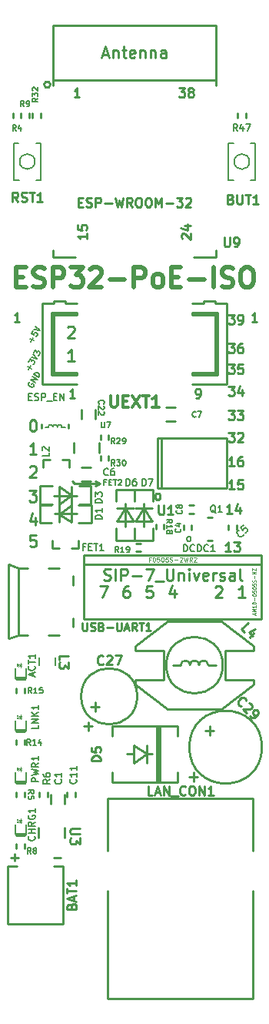
<source format=gbr>
G04 #@! TF.GenerationSoftware,KiCad,Pcbnew,5.99.0-unknown-d20d310~100~ubuntu18.04.1*
G04 #@! TF.CreationDate,2019-12-18T16:17:23+02:00*
G04 #@! TF.ProjectId,ESP32-PoE-ISO_Rev_D,45535033-322d-4506-9f45-2d49534f5f52,D*
G04 #@! TF.SameCoordinates,Original*
G04 #@! TF.FileFunction,Legend,Top*
G04 #@! TF.FilePolarity,Positive*
%FSLAX46Y46*%
G04 Gerber Fmt 4.6, Leading zero omitted, Abs format (unit mm)*
G04 Created by KiCad (PCBNEW 5.99.0-unknown-d20d310~100~ubuntu18.04.1) date 2019-12-18 16:17:23*
%MOMM*%
%LPD*%
G04 APERTURE LIST*
%ADD10C,0.254000*%
%ADD11C,0.158750*%
%ADD12C,0.508000*%
%ADD13C,0.127000*%
%ADD14C,0.200000*%
%ADD15C,0.600000*%
%ADD16C,0.050000*%
%ADD17C,0.100000*%
%ADD18C,0.190500*%
%ADD19C,0.125000*%
%ADD20C,0.317500*%
%ADD21C,0.222250*%
G04 APERTURE END LIST*
D10*
X114493523Y-121109619D02*
X115122476Y-121109619D01*
X114783809Y-121496666D01*
X114928952Y-121496666D01*
X115025714Y-121545047D01*
X115074095Y-121593428D01*
X115122476Y-121690190D01*
X115122476Y-121932095D01*
X115074095Y-122028857D01*
X115025714Y-122077238D01*
X114928952Y-122125619D01*
X114638666Y-122125619D01*
X114541904Y-122077238D01*
X114493523Y-122028857D01*
X115606285Y-122125619D02*
X115799809Y-122125619D01*
X115896571Y-122077238D01*
X115944952Y-122028857D01*
X116041714Y-121883714D01*
X116090095Y-121690190D01*
X116090095Y-121303142D01*
X116041714Y-121206380D01*
X115993333Y-121158000D01*
X115896571Y-121109619D01*
X115703047Y-121109619D01*
X115606285Y-121158000D01*
X115557904Y-121206380D01*
X115509523Y-121303142D01*
X115509523Y-121545047D01*
X115557904Y-121641809D01*
X115606285Y-121690190D01*
X115703047Y-121738571D01*
X115896571Y-121738571D01*
X115993333Y-121690190D01*
X116041714Y-121641809D01*
X116090095Y-121545047D01*
X114493523Y-124284619D02*
X115122476Y-124284619D01*
X114783809Y-124671666D01*
X114928952Y-124671666D01*
X115025714Y-124720047D01*
X115074095Y-124768428D01*
X115122476Y-124865190D01*
X115122476Y-125107095D01*
X115074095Y-125203857D01*
X115025714Y-125252238D01*
X114928952Y-125300619D01*
X114638666Y-125300619D01*
X114541904Y-125252238D01*
X114493523Y-125203857D01*
X115993333Y-124284619D02*
X115799809Y-124284619D01*
X115703047Y-124333000D01*
X115654666Y-124381380D01*
X115557904Y-124526523D01*
X115509523Y-124720047D01*
X115509523Y-125107095D01*
X115557904Y-125203857D01*
X115606285Y-125252238D01*
X115703047Y-125300619D01*
X115896571Y-125300619D01*
X115993333Y-125252238D01*
X116041714Y-125203857D01*
X116090095Y-125107095D01*
X116090095Y-124865190D01*
X116041714Y-124768428D01*
X115993333Y-124720047D01*
X115896571Y-124671666D01*
X115703047Y-124671666D01*
X115606285Y-124720047D01*
X115557904Y-124768428D01*
X115509523Y-124865190D01*
X114493523Y-126570619D02*
X115122476Y-126570619D01*
X114783809Y-126957666D01*
X114928952Y-126957666D01*
X115025714Y-127006047D01*
X115074095Y-127054428D01*
X115122476Y-127151190D01*
X115122476Y-127393095D01*
X115074095Y-127489857D01*
X115025714Y-127538238D01*
X114928952Y-127586619D01*
X114638666Y-127586619D01*
X114541904Y-127538238D01*
X114493523Y-127489857D01*
X116041714Y-126570619D02*
X115557904Y-126570619D01*
X115509523Y-127054428D01*
X115557904Y-127006047D01*
X115654666Y-126957666D01*
X115896571Y-126957666D01*
X115993333Y-127006047D01*
X116041714Y-127054428D01*
X116090095Y-127151190D01*
X116090095Y-127393095D01*
X116041714Y-127489857D01*
X115993333Y-127538238D01*
X115896571Y-127586619D01*
X115654666Y-127586619D01*
X115557904Y-127538238D01*
X115509523Y-127489857D01*
X114493523Y-128983619D02*
X115122476Y-128983619D01*
X114783809Y-129370666D01*
X114928952Y-129370666D01*
X115025714Y-129419047D01*
X115074095Y-129467428D01*
X115122476Y-129564190D01*
X115122476Y-129806095D01*
X115074095Y-129902857D01*
X115025714Y-129951238D01*
X114928952Y-129999619D01*
X114638666Y-129999619D01*
X114541904Y-129951238D01*
X114493523Y-129902857D01*
X115993333Y-129322285D02*
X115993333Y-129999619D01*
X115751428Y-128935238D02*
X115509523Y-129660952D01*
X116138476Y-129660952D01*
X114493523Y-131650619D02*
X115122476Y-131650619D01*
X114783809Y-132037666D01*
X114928952Y-132037666D01*
X115025714Y-132086047D01*
X115074095Y-132134428D01*
X115122476Y-132231190D01*
X115122476Y-132473095D01*
X115074095Y-132569857D01*
X115025714Y-132618238D01*
X114928952Y-132666619D01*
X114638666Y-132666619D01*
X114541904Y-132618238D01*
X114493523Y-132569857D01*
X115461142Y-131650619D02*
X116090095Y-131650619D01*
X115751428Y-132037666D01*
X115896571Y-132037666D01*
X115993333Y-132086047D01*
X116041714Y-132134428D01*
X116090095Y-132231190D01*
X116090095Y-132473095D01*
X116041714Y-132569857D01*
X115993333Y-132618238D01*
X115896571Y-132666619D01*
X115606285Y-132666619D01*
X115509523Y-132618238D01*
X115461142Y-132569857D01*
X114493523Y-134063619D02*
X115122476Y-134063619D01*
X114783809Y-134450666D01*
X114928952Y-134450666D01*
X115025714Y-134499047D01*
X115074095Y-134547428D01*
X115122476Y-134644190D01*
X115122476Y-134886095D01*
X115074095Y-134982857D01*
X115025714Y-135031238D01*
X114928952Y-135079619D01*
X114638666Y-135079619D01*
X114541904Y-135031238D01*
X114493523Y-134982857D01*
X115509523Y-134160380D02*
X115557904Y-134112000D01*
X115654666Y-134063619D01*
X115896571Y-134063619D01*
X115993333Y-134112000D01*
X116041714Y-134160380D01*
X116090095Y-134257142D01*
X116090095Y-134353904D01*
X116041714Y-134499047D01*
X115461142Y-135079619D01*
X116090095Y-135079619D01*
X115122476Y-137746619D02*
X114541904Y-137746619D01*
X114832190Y-137746619D02*
X114832190Y-136730619D01*
X114735428Y-136875761D01*
X114638666Y-136972523D01*
X114541904Y-137020904D01*
X115993333Y-136730619D02*
X115799809Y-136730619D01*
X115703047Y-136779000D01*
X115654666Y-136827380D01*
X115557904Y-136972523D01*
X115509523Y-137166047D01*
X115509523Y-137553095D01*
X115557904Y-137649857D01*
X115606285Y-137698238D01*
X115703047Y-137746619D01*
X115896571Y-137746619D01*
X115993333Y-137698238D01*
X116041714Y-137649857D01*
X116090095Y-137553095D01*
X116090095Y-137311190D01*
X116041714Y-137214428D01*
X115993333Y-137166047D01*
X115896571Y-137117666D01*
X115703047Y-137117666D01*
X115606285Y-137166047D01*
X115557904Y-137214428D01*
X115509523Y-137311190D01*
X115122476Y-140286619D02*
X114541904Y-140286619D01*
X114832190Y-140286619D02*
X114832190Y-139270619D01*
X114735428Y-139415761D01*
X114638666Y-139512523D01*
X114541904Y-139560904D01*
X116041714Y-139270619D02*
X115557904Y-139270619D01*
X115509523Y-139754428D01*
X115557904Y-139706047D01*
X115654666Y-139657666D01*
X115896571Y-139657666D01*
X115993333Y-139706047D01*
X116041714Y-139754428D01*
X116090095Y-139851190D01*
X116090095Y-140093095D01*
X116041714Y-140189857D01*
X115993333Y-140238238D01*
X115896571Y-140286619D01*
X115654666Y-140286619D01*
X115557904Y-140238238D01*
X115509523Y-140189857D01*
X114868476Y-142953619D02*
X114287904Y-142953619D01*
X114578190Y-142953619D02*
X114578190Y-141937619D01*
X114481428Y-142082761D01*
X114384666Y-142179523D01*
X114287904Y-142227904D01*
X115739333Y-142276285D02*
X115739333Y-142953619D01*
X115497428Y-141889238D02*
X115255523Y-142614952D01*
X115884476Y-142614952D01*
X114741476Y-147144619D02*
X114160904Y-147144619D01*
X114451190Y-147144619D02*
X114451190Y-146128619D01*
X114354428Y-146273761D01*
X114257666Y-146370523D01*
X114160904Y-146418904D01*
X115080142Y-146128619D02*
X115709095Y-146128619D01*
X115370428Y-146515666D01*
X115515571Y-146515666D01*
X115612333Y-146564047D01*
X115660714Y-146612428D01*
X115709095Y-146709190D01*
X115709095Y-146951095D01*
X115660714Y-147047857D01*
X115612333Y-147096238D01*
X115515571Y-147144619D01*
X115225285Y-147144619D01*
X115128523Y-147096238D01*
X115080142Y-147047857D01*
X93266380Y-145354523D02*
X92661619Y-145354523D01*
X92601142Y-145959285D01*
X92661619Y-145898809D01*
X92782571Y-145838333D01*
X93084952Y-145838333D01*
X93205904Y-145898809D01*
X93266380Y-145959285D01*
X93326857Y-146080238D01*
X93326857Y-146382619D01*
X93266380Y-146503571D01*
X93205904Y-146564047D01*
X93084952Y-146624523D01*
X92782571Y-146624523D01*
X92661619Y-146564047D01*
X92601142Y-146503571D01*
X93205904Y-143364857D02*
X93205904Y-144211523D01*
X92903523Y-142881047D02*
X92601142Y-143788190D01*
X93387333Y-143788190D01*
X92540666Y-140401523D02*
X93326857Y-140401523D01*
X92903523Y-140885333D01*
X93084952Y-140885333D01*
X93205904Y-140945809D01*
X93266380Y-141006285D01*
X93326857Y-141127238D01*
X93326857Y-141429619D01*
X93266380Y-141550571D01*
X93205904Y-141611047D01*
X93084952Y-141671523D01*
X92722095Y-141671523D01*
X92601142Y-141611047D01*
X92540666Y-141550571D01*
X92601142Y-137855476D02*
X92661619Y-137795000D01*
X92782571Y-137734523D01*
X93084952Y-137734523D01*
X93205904Y-137795000D01*
X93266380Y-137855476D01*
X93326857Y-137976428D01*
X93326857Y-138097380D01*
X93266380Y-138278809D01*
X92540666Y-139004523D01*
X93326857Y-139004523D01*
X93326857Y-136464523D02*
X92601142Y-136464523D01*
X92964000Y-136464523D02*
X92964000Y-135194523D01*
X92843047Y-135375952D01*
X92722095Y-135496904D01*
X92601142Y-135557380D01*
X110931476Y-130253619D02*
X111125000Y-130253619D01*
X111221761Y-130205238D01*
X111270142Y-130156857D01*
X111366904Y-130011714D01*
X111415285Y-129818190D01*
X111415285Y-129431142D01*
X111366904Y-129334380D01*
X111318523Y-129286000D01*
X111221761Y-129237619D01*
X111028238Y-129237619D01*
X110931476Y-129286000D01*
X110883095Y-129334380D01*
X110834714Y-129431142D01*
X110834714Y-129673047D01*
X110883095Y-129769809D01*
X110931476Y-129818190D01*
X111028238Y-129866571D01*
X111221761Y-129866571D01*
X111318523Y-129818190D01*
X111366904Y-129769809D01*
X111415285Y-129673047D01*
X100330000Y-139700000D02*
X99822000Y-139954000D01*
X100330000Y-139700000D02*
X99822000Y-139446000D01*
X97536000Y-139700000D02*
X97282000Y-139446000D01*
X97663000Y-139700000D02*
X97536000Y-139700000D01*
X100330000Y-139700000D02*
X97663000Y-139700000D01*
X93024476Y-133918476D02*
X92903523Y-133918476D01*
X92782571Y-133858000D01*
X92722095Y-133797523D01*
X92661619Y-133676571D01*
X92601142Y-133434666D01*
X92601142Y-133132285D01*
X92661619Y-132890380D01*
X92722095Y-132769428D01*
X92782571Y-132708952D01*
X92903523Y-132648476D01*
X93024476Y-132648476D01*
X93145428Y-132708952D01*
X93205904Y-132769428D01*
X93266380Y-132890380D01*
X93326857Y-133132285D01*
X93326857Y-133434666D01*
X93266380Y-133676571D01*
X93205904Y-133797523D01*
X93145428Y-133858000D01*
X93024476Y-133918476D01*
D11*
X92483214Y-130120571D02*
X92737214Y-130120571D01*
X92846071Y-130519714D02*
X92483214Y-130519714D01*
X92483214Y-129757714D01*
X92846071Y-129757714D01*
X93136357Y-130483428D02*
X93245214Y-130519714D01*
X93426642Y-130519714D01*
X93499214Y-130483428D01*
X93535500Y-130447142D01*
X93571785Y-130374571D01*
X93571785Y-130302000D01*
X93535500Y-130229428D01*
X93499214Y-130193142D01*
X93426642Y-130156857D01*
X93281500Y-130120571D01*
X93208928Y-130084285D01*
X93172642Y-130048000D01*
X93136357Y-129975428D01*
X93136357Y-129902857D01*
X93172642Y-129830285D01*
X93208928Y-129794000D01*
X93281500Y-129757714D01*
X93462928Y-129757714D01*
X93571785Y-129794000D01*
X93898357Y-130519714D02*
X93898357Y-129757714D01*
X94188642Y-129757714D01*
X94261214Y-129794000D01*
X94297500Y-129830285D01*
X94333785Y-129902857D01*
X94333785Y-130011714D01*
X94297500Y-130084285D01*
X94261214Y-130120571D01*
X94188642Y-130156857D01*
X93898357Y-130156857D01*
X94478928Y-130592285D02*
X95059500Y-130592285D01*
X95240928Y-130120571D02*
X95494928Y-130120571D01*
X95603785Y-130519714D02*
X95240928Y-130519714D01*
X95240928Y-129757714D01*
X95603785Y-129757714D01*
X95930357Y-130519714D02*
X95930357Y-129757714D01*
X96365785Y-130519714D01*
X96365785Y-129757714D01*
X92574132Y-128530241D02*
X92517707Y-128567496D01*
X92472349Y-128646057D01*
X92453179Y-128739737D01*
X92475315Y-128822349D01*
X92512570Y-128878774D01*
X92602199Y-128965437D01*
X92680760Y-129010794D01*
X92800627Y-129045083D01*
X92868119Y-129049134D01*
X92950732Y-129026998D01*
X93022276Y-128963557D01*
X93052514Y-128911183D01*
X93071684Y-128817503D01*
X93060616Y-128776197D01*
X92877307Y-128670363D01*
X92816831Y-128775111D01*
X93249061Y-128570752D02*
X92699135Y-128253252D01*
X93430490Y-128256509D01*
X92880564Y-127939009D01*
X93581680Y-127994639D02*
X93031754Y-127677139D01*
X93107349Y-127546204D01*
X93178894Y-127482762D01*
X93261506Y-127460627D01*
X93328999Y-127464678D01*
X93448865Y-127498967D01*
X93527426Y-127544324D01*
X93617055Y-127630987D01*
X93654310Y-127687412D01*
X93676446Y-127770024D01*
X93657276Y-127863704D01*
X93581680Y-127994639D01*
X92443875Y-127102596D02*
X92685780Y-126683604D01*
X92774323Y-127014052D02*
X92355332Y-126772147D01*
X92466302Y-126277561D02*
X92662849Y-125937130D01*
X92766512Y-126241392D01*
X92811869Y-126162831D01*
X92868294Y-126125576D01*
X92909600Y-126114508D01*
X92977093Y-126118559D01*
X93108028Y-126194154D01*
X93145283Y-126250579D01*
X93156351Y-126291885D01*
X93152299Y-126359378D01*
X93061585Y-126516500D01*
X93005160Y-126553755D01*
X92963854Y-126564823D01*
X92753564Y-125780009D02*
X93409323Y-125914200D01*
X92965230Y-125413391D01*
X93040826Y-125282456D02*
X93237373Y-124942026D01*
X93341036Y-125246287D01*
X93386393Y-125167726D01*
X93442818Y-125130471D01*
X93484124Y-125119403D01*
X93551617Y-125123455D01*
X93682552Y-125199050D01*
X93719806Y-125255475D01*
X93730874Y-125296781D01*
X93726823Y-125364274D01*
X93636109Y-125521396D01*
X93579684Y-125558650D01*
X93538378Y-125569718D01*
X92722066Y-124046726D02*
X92963970Y-123627735D01*
X93052514Y-123958183D02*
X92633522Y-123716278D01*
X92925921Y-122907448D02*
X92774730Y-123169317D01*
X93021481Y-123346695D01*
X93010413Y-123305389D01*
X93014464Y-123237896D01*
X93090059Y-123106961D01*
X93146484Y-123069706D01*
X93187790Y-123058638D01*
X93255283Y-123062689D01*
X93386218Y-123138285D01*
X93423473Y-123194710D01*
X93434541Y-123236016D01*
X93430490Y-123303509D01*
X93354895Y-123434443D01*
X93298470Y-123471698D01*
X93257164Y-123482766D01*
X93031754Y-122724139D02*
X93687514Y-122858330D01*
X93243421Y-122357522D01*
D10*
X97572285Y-130253619D02*
X96991714Y-130253619D01*
X97282000Y-130253619D02*
X97282000Y-129237619D01*
X97185238Y-129382761D01*
X97088476Y-129479523D01*
X96991714Y-129527904D01*
X90544952Y-180793571D02*
X91319047Y-180793571D01*
X90932000Y-181180619D02*
X90932000Y-180406523D01*
X95243952Y-180793571D02*
X96018047Y-180793571D01*
X117638285Y-121871619D02*
X117057714Y-121871619D01*
X117348000Y-121871619D02*
X117348000Y-120855619D01*
X117251238Y-121000761D01*
X117154476Y-121097523D01*
X117057714Y-121145904D01*
X91476285Y-121871619D02*
X90895714Y-121871619D01*
X91186000Y-121871619D02*
X91186000Y-120855619D01*
X91089238Y-121000761D01*
X90992476Y-121097523D01*
X90895714Y-121145904D01*
D12*
X91134595Y-116939785D02*
X91854261Y-116939785D01*
X92162690Y-118070690D02*
X91134595Y-118070690D01*
X91134595Y-115911690D01*
X92162690Y-115911690D01*
X92985166Y-117967880D02*
X93293595Y-118070690D01*
X93807642Y-118070690D01*
X94013261Y-117967880D01*
X94116071Y-117865071D01*
X94218880Y-117659452D01*
X94218880Y-117453833D01*
X94116071Y-117248214D01*
X94013261Y-117145404D01*
X93807642Y-117042595D01*
X93396404Y-116939785D01*
X93190785Y-116836976D01*
X93087976Y-116734166D01*
X92985166Y-116528547D01*
X92985166Y-116322928D01*
X93087976Y-116117309D01*
X93190785Y-116014500D01*
X93396404Y-115911690D01*
X93910452Y-115911690D01*
X94218880Y-116014500D01*
X95144166Y-118070690D02*
X95144166Y-115911690D01*
X95966642Y-115911690D01*
X96172261Y-116014500D01*
X96275071Y-116117309D01*
X96377880Y-116322928D01*
X96377880Y-116631357D01*
X96275071Y-116836976D01*
X96172261Y-116939785D01*
X95966642Y-117042595D01*
X95144166Y-117042595D01*
X97097547Y-115911690D02*
X98434071Y-115911690D01*
X97714404Y-116734166D01*
X98022833Y-116734166D01*
X98228452Y-116836976D01*
X98331261Y-116939785D01*
X98434071Y-117145404D01*
X98434071Y-117659452D01*
X98331261Y-117865071D01*
X98228452Y-117967880D01*
X98022833Y-118070690D01*
X97405976Y-118070690D01*
X97200357Y-117967880D01*
X97097547Y-117865071D01*
X99256547Y-116117309D02*
X99359357Y-116014500D01*
X99564976Y-115911690D01*
X100079023Y-115911690D01*
X100284642Y-116014500D01*
X100387452Y-116117309D01*
X100490261Y-116322928D01*
X100490261Y-116528547D01*
X100387452Y-116836976D01*
X99153738Y-118070690D01*
X100490261Y-118070690D01*
X101415547Y-117248214D02*
X103060499Y-117248214D01*
X104088595Y-118070690D02*
X104088595Y-115911690D01*
X104911071Y-115911690D01*
X105116690Y-116014500D01*
X105219499Y-116117309D01*
X105322309Y-116322928D01*
X105322309Y-116631357D01*
X105219499Y-116836976D01*
X105116690Y-116939785D01*
X104911071Y-117042595D01*
X104088595Y-117042595D01*
X106556023Y-118070690D02*
X106350404Y-117967880D01*
X106247595Y-117865071D01*
X106144785Y-117659452D01*
X106144785Y-117042595D01*
X106247595Y-116836976D01*
X106350404Y-116734166D01*
X106556023Y-116631357D01*
X106864452Y-116631357D01*
X107070071Y-116734166D01*
X107172880Y-116836976D01*
X107275690Y-117042595D01*
X107275690Y-117659452D01*
X107172880Y-117865071D01*
X107070071Y-117967880D01*
X106864452Y-118070690D01*
X106556023Y-118070690D01*
X108200976Y-116939785D02*
X108920642Y-116939785D01*
X109229071Y-118070690D02*
X108200976Y-118070690D01*
X108200976Y-115911690D01*
X109229071Y-115911690D01*
X110154357Y-117248214D02*
X111799309Y-117248214D01*
X112827404Y-118070690D02*
X112827404Y-115911690D01*
X113752690Y-117967880D02*
X114061119Y-118070690D01*
X114575166Y-118070690D01*
X114780785Y-117967880D01*
X114883595Y-117865071D01*
X114986404Y-117659452D01*
X114986404Y-117453833D01*
X114883595Y-117248214D01*
X114780785Y-117145404D01*
X114575166Y-117042595D01*
X114163928Y-116939785D01*
X113958309Y-116836976D01*
X113855500Y-116734166D01*
X113752690Y-116528547D01*
X113752690Y-116322928D01*
X113855500Y-116117309D01*
X113958309Y-116014500D01*
X114163928Y-115911690D01*
X114677976Y-115911690D01*
X114986404Y-116014500D01*
X116322928Y-115911690D02*
X116734166Y-115911690D01*
X116939785Y-116014500D01*
X117145404Y-116220119D01*
X117248214Y-116631357D01*
X117248214Y-117351023D01*
X117145404Y-117762261D01*
X116939785Y-117967880D01*
X116734166Y-118070690D01*
X116322928Y-118070690D01*
X116117309Y-117967880D01*
X115911690Y-117762261D01*
X115808880Y-117351023D01*
X115808880Y-116631357D01*
X115911690Y-116220119D01*
X116117309Y-116014500D01*
X116322928Y-115911690D01*
D10*
X111290000Y-114785000D02*
X110690000Y-114785000D01*
X96990000Y-114785000D02*
X97640000Y-114785000D01*
X95140000Y-89285000D02*
X95140000Y-95905000D01*
X113140000Y-114785000D02*
X113140000Y-114035000D01*
X113140000Y-114785000D02*
X110690000Y-114785000D01*
X95140000Y-114785000D02*
X97640000Y-114785000D01*
X95140000Y-114785000D02*
X95140000Y-114035000D01*
X113140000Y-89285000D02*
X113140000Y-95905000D01*
X95140000Y-95285000D02*
X113140000Y-95285000D01*
X95140000Y-89285000D02*
X113140000Y-89285000D01*
D13*
X116798738Y-104267000D02*
G75*
G03X116798738Y-104267000I-839738J0D01*
G01*
X116898000Y-106267000D02*
X117456800Y-106267000D01*
X114461200Y-106267000D02*
X115070800Y-106267000D01*
X116898000Y-102267000D02*
X117456800Y-102267000D01*
X114462000Y-102267000D02*
X115020800Y-102267000D01*
X117459000Y-106267000D02*
X117459000Y-102267000D01*
X114459000Y-106267000D02*
X114459000Y-102267000D01*
X93160738Y-104267000D02*
G75*
G03X93160738Y-104267000I-839738J0D01*
G01*
X93260000Y-106267000D02*
X93818800Y-106267000D01*
X90823200Y-106267000D02*
X91432800Y-106267000D01*
X93260000Y-102267000D02*
X93818800Y-102267000D01*
X90824000Y-102267000D02*
X91382800Y-102267000D01*
X93821000Y-106267000D02*
X93821000Y-102267000D01*
X90821000Y-106267000D02*
X90821000Y-102267000D01*
D10*
X101200000Y-180063000D02*
X101200000Y-174293000D01*
X101200000Y-196293000D02*
X101200000Y-184493000D01*
X117200000Y-196293000D02*
X101200000Y-196293000D01*
X117200000Y-184493000D02*
X117200000Y-196293000D01*
X117200000Y-174293000D02*
X117200000Y-180063000D01*
X101200000Y-174293000D02*
X117200000Y-174293000D01*
X96877000Y-133550000D02*
X96877000Y-133150000D01*
X93877000Y-133550000D02*
X93877000Y-133150000D01*
D14*
X95127000Y-133450000D02*
G75*
G02X95627000Y-133450000I250000J0D01*
G01*
X94627000Y-133450000D02*
G75*
G02X95127000Y-133450000I250000J0D01*
G01*
X95627000Y-133450000D02*
G75*
G02X96127000Y-133450000I250000J0D01*
G01*
X94627000Y-133500000D02*
X94277000Y-133500000D01*
X96127000Y-133500000D02*
X96477000Y-133500000D01*
D10*
X98581000Y-154543000D02*
X98581000Y-148543000D01*
X118081000Y-154543000D02*
X98581000Y-154543000D01*
X118081000Y-148543000D02*
X98581000Y-148543000D01*
X118081000Y-148543000D02*
X118081000Y-154543000D01*
X118081000Y-148543000D02*
X118081000Y-147543000D01*
X118081000Y-147543000D02*
X98581000Y-147543000D01*
X98581000Y-147543000D02*
X98581000Y-148543000D01*
X95224600Y-181749700D02*
X96227900Y-181749700D01*
X90157300Y-181749700D02*
X91211400Y-181749700D01*
X90152220Y-181757320D02*
X90152220Y-188066680D01*
X90152220Y-188066680D02*
X96232980Y-188066680D01*
X96232980Y-188066680D02*
X96232980Y-181749698D01*
X112692000Y-143383000D02*
X112184000Y-143383000D01*
X112692000Y-145923000D02*
X112184000Y-145923000D01*
X104083000Y-169418000D02*
X103283000Y-169418000D01*
X105483000Y-169418000D02*
X106083000Y-169418000D01*
X101683000Y-166318000D02*
X101683000Y-167418000D01*
X101683000Y-172518000D02*
X101683000Y-171418000D01*
X108883000Y-166318000D02*
X108883000Y-167418000D01*
X108883000Y-172518000D02*
X108883000Y-171418000D01*
X105483000Y-168418000D02*
X105483000Y-170418000D01*
X104083000Y-168418000D02*
X105483000Y-169418000D01*
X104083000Y-170418000D02*
X105483000Y-169418000D01*
X104083000Y-168418000D02*
X104083000Y-170418000D01*
X101683000Y-166318000D02*
X108883000Y-166318000D01*
X108883000Y-172518000D02*
X101683000Y-172518000D01*
D15*
X106783000Y-172318000D02*
X106783000Y-166518000D01*
D10*
X118173000Y-168656000D02*
G75*
G03X118173000Y-168656000I-4000000J0D01*
G01*
X104433021Y-163068000D02*
G75*
G03X104433021Y-163068000I-3087021J0D01*
G01*
X104216200Y-143789400D02*
X106121200Y-143789400D01*
X104216200Y-142417800D02*
X106121200Y-142417800D01*
X105130600Y-142417800D02*
X106121200Y-143789400D01*
X104216200Y-143789400D02*
X105130600Y-142417800D01*
X105168700Y-144373600D02*
X105168700Y-141897100D01*
X106146600Y-140322300D02*
X106146600Y-141617700D01*
X104140000Y-140335000D02*
X104140000Y-141630400D01*
X106146600Y-140309600D02*
X104152700Y-140309600D01*
X106159300Y-145961100D02*
X106159300Y-144589500D01*
X104140000Y-145961100D02*
X104140000Y-144589500D01*
X106159300Y-145961100D02*
X104140000Y-145961100D01*
X102184200Y-143789400D02*
X104089200Y-143789400D01*
X102184200Y-142417800D02*
X104089200Y-142417800D01*
X103098600Y-142417800D02*
X104089200Y-143789400D01*
X102184200Y-143789400D02*
X103098600Y-142417800D01*
X103136700Y-144373600D02*
X103136700Y-141897100D01*
X104114600Y-140322300D02*
X104114600Y-141617700D01*
X102108000Y-140335000D02*
X102108000Y-141630400D01*
X104114600Y-140309600D02*
X102120700Y-140309600D01*
X104127300Y-145961100D02*
X104127300Y-144589500D01*
X102108000Y-145961100D02*
X102108000Y-144589500D01*
X104127300Y-145961100D02*
X102108000Y-145961100D01*
X95859600Y-140030200D02*
X95859600Y-141935200D01*
X97231200Y-140030200D02*
X97231200Y-141935200D01*
X97231200Y-140944600D02*
X95859600Y-141935200D01*
X95859600Y-140030200D02*
X97231200Y-140944600D01*
X95275400Y-140982700D02*
X97751900Y-140982700D01*
X99326700Y-141960600D02*
X98031300Y-141960600D01*
X99314000Y-139954000D02*
X98018600Y-139954000D01*
X99339400Y-141960600D02*
X99339400Y-139966700D01*
X93687900Y-141973300D02*
X95059500Y-141973300D01*
X93687900Y-139954000D02*
X95059500Y-139954000D01*
X93687900Y-141973300D02*
X93687900Y-139954000D01*
X97180400Y-143941800D02*
X97180400Y-142036800D01*
X95808800Y-143941800D02*
X95808800Y-142036800D01*
X95808800Y-143027400D02*
X97180400Y-142036800D01*
X97180400Y-143941800D02*
X95808800Y-143027400D01*
X97764600Y-142989300D02*
X95288100Y-142989300D01*
X93713300Y-142011400D02*
X95008700Y-142011400D01*
X93726000Y-144018000D02*
X95021400Y-144018000D01*
X93700600Y-142011400D02*
X93700600Y-144005300D01*
X99352100Y-141998700D02*
X97980500Y-141998700D01*
X99352100Y-144018000D02*
X97980500Y-144018000D01*
X99352100Y-141998700D02*
X99352100Y-144018000D01*
X91630500Y-99187000D02*
X91630500Y-98933000D01*
X91630500Y-99187000D02*
X91630500Y-99441000D01*
X92519500Y-99187000D02*
X92519500Y-99441000D01*
X92519500Y-99187000D02*
X92519500Y-98933000D01*
X91630500Y-99187000D02*
X91630500Y-99441000D01*
X91630500Y-99187000D02*
X91630500Y-98933000D01*
X90741500Y-99187000D02*
X90741500Y-98933000D01*
X90741500Y-99187000D02*
X90741500Y-99441000D01*
X94551500Y-173863000D02*
X94551500Y-174117000D01*
X94551500Y-173863000D02*
X94551500Y-173609000D01*
X93662500Y-173863000D02*
X93662500Y-173609000D01*
X93662500Y-173863000D02*
X93662500Y-174117000D01*
X96393000Y-177495200D02*
X96393000Y-178625500D01*
X93586300Y-177495200D02*
X93586300Y-178625500D01*
D13*
X95377000Y-158826200D02*
X95377000Y-159664400D01*
X93599000Y-158826200D02*
X93599000Y-159664400D01*
D10*
X91084400Y-166751000D02*
X92125800Y-166751000D01*
X92011500Y-166916100D02*
X91186000Y-166916100D01*
X91046300Y-166763700D02*
X91173300Y-166903400D01*
X92138500Y-166763700D02*
X92011500Y-166916100D01*
D16*
X91342400Y-165324800D02*
X91232400Y-165194800D01*
X91212400Y-165184800D02*
X91222400Y-165264800D01*
X91212400Y-165184800D02*
X91292400Y-165184800D01*
X91212400Y-165400200D02*
X91292400Y-165400200D01*
X91212400Y-165400200D02*
X91222400Y-165480200D01*
X91321400Y-165531800D02*
X91211400Y-165401800D01*
D17*
X91677000Y-165454000D02*
X91457000Y-165454000D01*
X91457000Y-165264000D02*
X91557000Y-165364000D01*
X91677000Y-165264000D02*
X91577000Y-165374000D01*
X91677000Y-165264000D02*
X91457000Y-165264000D01*
X91567000Y-165094000D02*
X91567000Y-165614000D01*
D13*
X92202000Y-165735000D02*
X92202000Y-166751000D01*
X90982800Y-166751000D02*
X90982800Y-165735000D01*
X90982800Y-161036000D02*
X90982800Y-160020000D01*
X92202000Y-160020000D02*
X92202000Y-161036000D01*
D17*
X91567000Y-159379000D02*
X91567000Y-159899000D01*
X91677000Y-159549000D02*
X91457000Y-159549000D01*
X91677000Y-159549000D02*
X91577000Y-159659000D01*
X91457000Y-159549000D02*
X91557000Y-159649000D01*
X91677000Y-159739000D02*
X91457000Y-159739000D01*
D16*
X91321400Y-159816800D02*
X91211400Y-159686800D01*
X91212400Y-159685200D02*
X91222400Y-159765200D01*
X91212400Y-159685200D02*
X91292400Y-159685200D01*
X91212400Y-159469800D02*
X91292400Y-159469800D01*
X91212400Y-159469800D02*
X91222400Y-159549800D01*
X91342400Y-159609800D02*
X91232400Y-159479800D01*
D10*
X92138500Y-161048700D02*
X92011500Y-161201100D01*
X91046300Y-161048700D02*
X91173300Y-161188400D01*
X92011500Y-161201100D02*
X91186000Y-161201100D01*
X91084400Y-161036000D02*
X92125800Y-161036000D01*
X97599500Y-173863000D02*
X97599500Y-174117000D01*
X97599500Y-173863000D02*
X97599500Y-173609000D01*
X96710500Y-173863000D02*
X96710500Y-173609000D01*
X96710500Y-173863000D02*
X96710500Y-174117000D01*
X100393500Y-136906000D02*
X100393500Y-136652000D01*
X100393500Y-136906000D02*
X100393500Y-137160000D01*
X101282500Y-136906000D02*
X101282500Y-137160000D01*
X101282500Y-136906000D02*
X101282500Y-136652000D01*
X101282500Y-134620000D02*
X101282500Y-134874000D01*
X101282500Y-134620000D02*
X101282500Y-134366000D01*
X100393500Y-134620000D02*
X100393500Y-134366000D01*
X100393500Y-134620000D02*
X100393500Y-134874000D01*
X91122500Y-173863000D02*
X91122500Y-173609000D01*
X91122500Y-173863000D02*
X91122500Y-174117000D01*
X92011500Y-173863000D02*
X92011500Y-174117000D01*
X92011500Y-173863000D02*
X92011500Y-173609000D01*
X91122500Y-162433000D02*
X91122500Y-162179000D01*
X91122500Y-162433000D02*
X91122500Y-162687000D01*
X92011500Y-162433000D02*
X92011500Y-162687000D01*
X92011500Y-162433000D02*
X92011500Y-162179000D01*
X91122500Y-168148000D02*
X91122500Y-167894000D01*
X91122500Y-168148000D02*
X91122500Y-168402000D01*
X92011500Y-168148000D02*
X92011500Y-168402000D01*
X92011500Y-168148000D02*
X92011500Y-167894000D01*
X91122500Y-179578000D02*
X91122500Y-179324000D01*
X91122500Y-179578000D02*
X91122500Y-179832000D01*
X92011500Y-179578000D02*
X92011500Y-179832000D01*
X92011500Y-179578000D02*
X92011500Y-179324000D01*
X104521000Y-146240500D02*
X104775000Y-146240500D01*
X104521000Y-146240500D02*
X104267000Y-146240500D01*
X104521000Y-147129500D02*
X104267000Y-147129500D01*
X104521000Y-147129500D02*
X104775000Y-147129500D01*
X110363000Y-142938500D02*
X110109000Y-142938500D01*
X110363000Y-142938500D02*
X110617000Y-142938500D01*
X110363000Y-142049500D02*
X110617000Y-142049500D01*
X110363000Y-142049500D02*
X110109000Y-142049500D01*
X98298000Y-137922000D02*
X99314000Y-137922000D01*
X98298000Y-139446000D02*
X99314000Y-139446000D01*
X94869000Y-174879000D02*
X94869000Y-173863000D01*
X96393000Y-174879000D02*
X96393000Y-173863000D01*
X97409000Y-136321800D02*
X97409000Y-135191500D01*
X100215700Y-136321800D02*
X100215700Y-135191500D01*
X107061000Y-134683500D02*
X107061000Y-140144500D01*
X114300000Y-134683500D02*
X106680000Y-134683500D01*
X106680000Y-140144500D02*
X114300000Y-140144500D01*
X114300000Y-134683500D02*
X114300000Y-140144500D01*
X106680000Y-140144500D02*
X106680000Y-134683500D01*
D13*
X90982800Y-172466000D02*
X90982800Y-171450000D01*
X92202000Y-171450000D02*
X92202000Y-172466000D01*
D17*
X91567000Y-170809000D02*
X91567000Y-171329000D01*
X91677000Y-170979000D02*
X91457000Y-170979000D01*
X91677000Y-170979000D02*
X91577000Y-171089000D01*
X91457000Y-170979000D02*
X91557000Y-171079000D01*
X91677000Y-171169000D02*
X91457000Y-171169000D01*
D16*
X91321400Y-171246800D02*
X91211400Y-171116800D01*
X91212400Y-171115200D02*
X91222400Y-171195200D01*
X91212400Y-171115200D02*
X91292400Y-171115200D01*
X91212400Y-170899800D02*
X91292400Y-170899800D01*
X91212400Y-170899800D02*
X91222400Y-170979800D01*
X91342400Y-171039800D02*
X91232400Y-170909800D01*
D10*
X92138500Y-172478700D02*
X92011500Y-172631100D01*
X91046300Y-172478700D02*
X91173300Y-172618400D01*
X92011500Y-172631100D02*
X91186000Y-172631100D01*
X91084400Y-172466000D02*
X92125800Y-172466000D01*
X99822000Y-131572000D02*
X99822000Y-132588000D01*
X98298000Y-131572000D02*
X98298000Y-132588000D01*
D13*
X90982800Y-178181000D02*
X90982800Y-177165000D01*
X92202000Y-177165000D02*
X92202000Y-178181000D01*
D17*
X91567000Y-176524000D02*
X91567000Y-177044000D01*
X91677000Y-176694000D02*
X91457000Y-176694000D01*
X91677000Y-176694000D02*
X91577000Y-176804000D01*
X91457000Y-176694000D02*
X91557000Y-176794000D01*
X91677000Y-176884000D02*
X91457000Y-176884000D01*
D16*
X91321400Y-176961800D02*
X91211400Y-176831800D01*
X91212400Y-176830200D02*
X91222400Y-176910200D01*
X91212400Y-176830200D02*
X91292400Y-176830200D01*
X91212400Y-176614800D02*
X91292400Y-176614800D01*
X91212400Y-176614800D02*
X91222400Y-176694800D01*
X91342400Y-176754800D02*
X91232400Y-176624800D01*
D10*
X92138500Y-178193700D02*
X92011500Y-178346100D01*
X91046300Y-178193700D02*
X91173300Y-178333400D01*
X92011500Y-178346100D02*
X91186000Y-178346100D01*
X91084400Y-178181000D02*
X92125800Y-178181000D01*
X108585000Y-132842000D02*
X107569000Y-132842000D01*
X108585000Y-131318000D02*
X107569000Y-131318000D01*
X96926400Y-137033000D02*
X96215200Y-137033000D01*
X96926400Y-137871200D02*
X96926400Y-137033000D01*
X94081600Y-137871200D02*
X94081600Y-137033000D01*
X94792800Y-137033000D02*
X94081600Y-137033000D01*
X95097600Y-146812000D02*
X95808800Y-146812000D01*
X95097600Y-145973800D02*
X95097600Y-146812000D01*
X97942400Y-145973800D02*
X97942400Y-146812000D01*
X97231200Y-146812000D02*
X97942400Y-146812000D01*
X116395500Y-99187000D02*
X116395500Y-99441000D01*
X116395500Y-99187000D02*
X116395500Y-98933000D01*
X115506500Y-99187000D02*
X115506500Y-98933000D01*
X115506500Y-99187000D02*
X115506500Y-99441000D01*
X114490500Y-144526000D02*
X114490500Y-144272000D01*
X114490500Y-144526000D02*
X114490500Y-144780000D01*
X115379500Y-144526000D02*
X115379500Y-144780000D01*
X115379500Y-144526000D02*
X115379500Y-144272000D01*
X110426500Y-144526000D02*
X110426500Y-144780000D01*
X110426500Y-144526000D02*
X110426500Y-144272000D01*
X109537500Y-144526000D02*
X109537500Y-144272000D01*
X109537500Y-144526000D02*
X109537500Y-144780000D01*
X92900500Y-99187000D02*
X92900500Y-98933000D01*
X92900500Y-99187000D02*
X92900500Y-99441000D01*
X93789500Y-99187000D02*
X93789500Y-99441000D01*
X93789500Y-99187000D02*
X93789500Y-98933000D01*
X113144000Y-159639000D02*
X112244000Y-159639000D01*
X109244000Y-159639000D02*
X108344000Y-159639000D01*
X109244000Y-159639000D02*
G75*
G02X110244000Y-159639000I500000J0D01*
G01*
X111244000Y-159639000D02*
G75*
G02X112244000Y-159639000I500000J0D01*
G01*
X110244000Y-159639000D02*
G75*
G02X111244000Y-159639000I500000J0D01*
G01*
X113855270Y-159639000D02*
G75*
G03X113855270Y-159639000I-3111270J0D01*
G01*
X104244000Y-157539000D02*
X107744000Y-154839000D01*
X104244000Y-158039000D02*
X104244000Y-157539000D01*
X107344000Y-158039000D02*
X104244000Y-158039000D01*
X107344000Y-161239000D02*
X107344000Y-158039000D01*
X104244000Y-161239000D02*
X107344000Y-161239000D01*
X104244000Y-161739000D02*
X104244000Y-161239000D01*
X107744000Y-164439000D02*
X104244000Y-161739000D01*
X113744000Y-164439000D02*
X107744000Y-164439000D01*
X117244000Y-161739000D02*
X113744000Y-164439000D01*
X117244000Y-161239000D02*
X117244000Y-161739000D01*
X114144000Y-161239000D02*
X117244000Y-161239000D01*
X114144000Y-158039000D02*
X114144000Y-161239000D01*
X117244000Y-158039000D02*
X114144000Y-158039000D01*
X117244000Y-157539000D02*
X117244000Y-158039000D01*
X113744000Y-154839000D02*
X117244000Y-157539000D01*
X107744000Y-154839000D02*
X113744000Y-154839000D01*
X106489500Y-144399000D02*
X106489500Y-144145000D01*
X106489500Y-144399000D02*
X106489500Y-144653000D01*
X107378500Y-144399000D02*
X107378500Y-144653000D01*
X107378500Y-144399000D02*
X107378500Y-144145000D01*
X112776000Y-121031000D02*
X113284000Y-121031000D01*
X112903000Y-127635000D02*
X113157000Y-127635000D01*
X95504000Y-127635000D02*
X95123000Y-127635000D01*
X95504000Y-121031000D02*
X95123000Y-121031000D01*
X95250000Y-121158000D02*
X97790000Y-121158000D01*
X110490000Y-121158000D02*
X113030000Y-121158000D01*
X113030000Y-127508000D02*
X113030000Y-121158000D01*
X95250000Y-121158000D02*
X95250000Y-127508000D01*
X93980000Y-119888000D02*
X95250000Y-119888000D01*
X114300000Y-128778000D02*
X110490000Y-128778000D01*
X114300000Y-128778000D02*
X114300000Y-119888000D01*
X93980000Y-119888000D02*
X93980000Y-128778000D01*
X113030000Y-127508000D02*
X110490000Y-127508000D01*
X97790000Y-127508000D02*
X95250000Y-127508000D01*
X113030000Y-119888000D02*
X113030000Y-119634000D01*
X113030000Y-119634000D02*
X111760000Y-119634000D01*
X111760000Y-119888000D02*
X111760000Y-119634000D01*
X113030000Y-119888000D02*
X114300000Y-119888000D01*
X110490000Y-119888000D02*
X111760000Y-119888000D01*
X96520000Y-119634000D02*
X95250000Y-119634000D01*
X95250000Y-119634000D02*
X95250000Y-119888000D01*
X96520000Y-119634000D02*
X96520000Y-119888000D01*
X96520000Y-119888000D02*
X97790000Y-119888000D01*
X110490000Y-127762000D02*
X113284000Y-127762000D01*
X113284000Y-127762000D02*
X113284000Y-120904000D01*
X113284000Y-120904000D02*
X110490000Y-120904000D01*
X97790000Y-120904000D02*
X94996000Y-120904000D01*
X94996000Y-120904000D02*
X94996000Y-127762000D01*
X94996000Y-127762000D02*
X97790000Y-127762000D01*
X97790000Y-128778000D02*
X93980000Y-128778000D01*
X110490000Y-121158000D02*
X110490000Y-120904000D01*
X110490000Y-127762000D02*
X110490000Y-127508000D01*
X97790000Y-127762000D02*
X97790000Y-127508000D01*
X97790000Y-121158000D02*
X97790000Y-120904000D01*
X91326000Y-156354000D02*
X91326000Y-148954000D01*
X95826000Y-148954000D02*
X94626000Y-148954000D01*
X97326000Y-150854000D02*
X97326000Y-149854000D01*
X97326000Y-155454000D02*
X97326000Y-154454000D01*
X92326000Y-156354000D02*
X91326000Y-156354000D01*
X90226000Y-156718000D02*
X90226000Y-148590000D01*
X91326000Y-148954000D02*
X92326000Y-148954000D01*
X95826000Y-156354000D02*
X94626000Y-156354000D01*
X90297000Y-156718000D02*
X91313000Y-156337000D01*
X90297000Y-148590000D02*
X91313000Y-148971000D01*
X114033904Y-112600619D02*
X114033904Y-113423095D01*
X114082285Y-113519857D01*
X114130666Y-113568238D01*
X114227428Y-113616619D01*
X114420952Y-113616619D01*
X114517714Y-113568238D01*
X114566095Y-113519857D01*
X114614476Y-113423095D01*
X114614476Y-112600619D01*
X115146666Y-113616619D02*
X115340190Y-113616619D01*
X115436952Y-113568238D01*
X115485333Y-113519857D01*
X115582095Y-113374714D01*
X115630476Y-113181190D01*
X115630476Y-112794142D01*
X115582095Y-112697380D01*
X115533714Y-112649000D01*
X115436952Y-112600619D01*
X115243428Y-112600619D01*
X115146666Y-112649000D01*
X115098285Y-112697380D01*
X115049904Y-112794142D01*
X115049904Y-113036047D01*
X115098285Y-113132809D01*
X115146666Y-113181190D01*
X115243428Y-113229571D01*
X115436952Y-113229571D01*
X115533714Y-113181190D01*
X115582095Y-113132809D01*
X115630476Y-113036047D01*
X109395380Y-112744095D02*
X109347000Y-112695714D01*
X109298619Y-112598952D01*
X109298619Y-112357047D01*
X109347000Y-112260285D01*
X109395380Y-112211904D01*
X109492142Y-112163523D01*
X109588904Y-112163523D01*
X109734047Y-112211904D01*
X110314619Y-112792476D01*
X110314619Y-112163523D01*
X109637285Y-111292666D02*
X110314619Y-111292666D01*
X109250238Y-111534571D02*
X109975952Y-111776476D01*
X109975952Y-111147523D01*
X98884619Y-112163523D02*
X98884619Y-112744095D01*
X98884619Y-112453809D02*
X97868619Y-112453809D01*
X98013761Y-112550571D01*
X98110523Y-112647333D01*
X98158904Y-112744095D01*
X97868619Y-111244285D02*
X97868619Y-111728095D01*
X98352428Y-111776476D01*
X98304047Y-111728095D01*
X98255666Y-111631333D01*
X98255666Y-111389428D01*
X98304047Y-111292666D01*
X98352428Y-111244285D01*
X98449190Y-111195904D01*
X98691095Y-111195904D01*
X98787857Y-111244285D01*
X98836238Y-111292666D01*
X98884619Y-111389428D01*
X98884619Y-111631333D01*
X98836238Y-111728095D01*
X98787857Y-111776476D01*
X109032523Y-96173619D02*
X109661476Y-96173619D01*
X109322809Y-96560666D01*
X109467952Y-96560666D01*
X109564714Y-96609047D01*
X109613095Y-96657428D01*
X109661476Y-96754190D01*
X109661476Y-96996095D01*
X109613095Y-97092857D01*
X109564714Y-97141238D01*
X109467952Y-97189619D01*
X109177666Y-97189619D01*
X109080904Y-97141238D01*
X109032523Y-97092857D01*
X110242047Y-96609047D02*
X110145285Y-96560666D01*
X110096904Y-96512285D01*
X110048523Y-96415523D01*
X110048523Y-96367142D01*
X110096904Y-96270380D01*
X110145285Y-96222000D01*
X110242047Y-96173619D01*
X110435571Y-96173619D01*
X110532333Y-96222000D01*
X110580714Y-96270380D01*
X110629095Y-96367142D01*
X110629095Y-96415523D01*
X110580714Y-96512285D01*
X110532333Y-96560666D01*
X110435571Y-96609047D01*
X110242047Y-96609047D01*
X110145285Y-96657428D01*
X110096904Y-96705809D01*
X110048523Y-96802571D01*
X110048523Y-96996095D01*
X110096904Y-97092857D01*
X110145285Y-97141238D01*
X110242047Y-97189619D01*
X110435571Y-97189619D01*
X110532333Y-97141238D01*
X110580714Y-97092857D01*
X110629095Y-96996095D01*
X110629095Y-96802571D01*
X110580714Y-96705809D01*
X110532333Y-96657428D01*
X110435571Y-96609047D01*
X98080285Y-97189619D02*
X97499714Y-97189619D01*
X97790000Y-97189619D02*
X97790000Y-96173619D01*
X97693238Y-96318761D01*
X97596476Y-96415523D01*
X97499714Y-96463904D01*
X97971428Y-108722428D02*
X98310095Y-108722428D01*
X98455238Y-109254619D02*
X97971428Y-109254619D01*
X97971428Y-108238619D01*
X98455238Y-108238619D01*
X98842285Y-109206238D02*
X98987428Y-109254619D01*
X99229333Y-109254619D01*
X99326095Y-109206238D01*
X99374476Y-109157857D01*
X99422857Y-109061095D01*
X99422857Y-108964333D01*
X99374476Y-108867571D01*
X99326095Y-108819190D01*
X99229333Y-108770809D01*
X99035809Y-108722428D01*
X98939047Y-108674047D01*
X98890666Y-108625666D01*
X98842285Y-108528904D01*
X98842285Y-108432142D01*
X98890666Y-108335380D01*
X98939047Y-108287000D01*
X99035809Y-108238619D01*
X99277714Y-108238619D01*
X99422857Y-108287000D01*
X99858285Y-109254619D02*
X99858285Y-108238619D01*
X100245333Y-108238619D01*
X100342095Y-108287000D01*
X100390476Y-108335380D01*
X100438857Y-108432142D01*
X100438857Y-108577285D01*
X100390476Y-108674047D01*
X100342095Y-108722428D01*
X100245333Y-108770809D01*
X99858285Y-108770809D01*
X100874285Y-108867571D02*
X101648380Y-108867571D01*
X102035428Y-108238619D02*
X102277333Y-109254619D01*
X102470857Y-108528904D01*
X102664380Y-109254619D01*
X102906285Y-108238619D01*
X103873904Y-109254619D02*
X103535238Y-108770809D01*
X103293333Y-109254619D02*
X103293333Y-108238619D01*
X103680380Y-108238619D01*
X103777142Y-108287000D01*
X103825523Y-108335380D01*
X103873904Y-108432142D01*
X103873904Y-108577285D01*
X103825523Y-108674047D01*
X103777142Y-108722428D01*
X103680380Y-108770809D01*
X103293333Y-108770809D01*
X104502857Y-108238619D02*
X104696380Y-108238619D01*
X104793142Y-108287000D01*
X104889904Y-108383761D01*
X104938285Y-108577285D01*
X104938285Y-108915952D01*
X104889904Y-109109476D01*
X104793142Y-109206238D01*
X104696380Y-109254619D01*
X104502857Y-109254619D01*
X104406095Y-109206238D01*
X104309333Y-109109476D01*
X104260952Y-108915952D01*
X104260952Y-108577285D01*
X104309333Y-108383761D01*
X104406095Y-108287000D01*
X104502857Y-108238619D01*
X105567238Y-108238619D02*
X105760761Y-108238619D01*
X105857523Y-108287000D01*
X105954285Y-108383761D01*
X106002666Y-108577285D01*
X106002666Y-108915952D01*
X105954285Y-109109476D01*
X105857523Y-109206238D01*
X105760761Y-109254619D01*
X105567238Y-109254619D01*
X105470476Y-109206238D01*
X105373714Y-109109476D01*
X105325333Y-108915952D01*
X105325333Y-108577285D01*
X105373714Y-108383761D01*
X105470476Y-108287000D01*
X105567238Y-108238619D01*
X106438095Y-109254619D02*
X106438095Y-108238619D01*
X106776761Y-108964333D01*
X107115428Y-108238619D01*
X107115428Y-109254619D01*
X107599238Y-108867571D02*
X108373333Y-108867571D01*
X108760380Y-108238619D02*
X109389333Y-108238619D01*
X109050666Y-108625666D01*
X109195809Y-108625666D01*
X109292571Y-108674047D01*
X109340952Y-108722428D01*
X109389333Y-108819190D01*
X109389333Y-109061095D01*
X109340952Y-109157857D01*
X109292571Y-109206238D01*
X109195809Y-109254619D01*
X108905523Y-109254619D01*
X108808761Y-109206238D01*
X108760380Y-109157857D01*
X109776380Y-108335380D02*
X109824761Y-108287000D01*
X109921523Y-108238619D01*
X110163428Y-108238619D01*
X110260190Y-108287000D01*
X110308571Y-108335380D01*
X110356952Y-108432142D01*
X110356952Y-108528904D01*
X110308571Y-108674047D01*
X109728000Y-109254619D01*
X110356952Y-109254619D01*
X100632380Y-92496666D02*
X101237142Y-92496666D01*
X100511428Y-92859523D02*
X100934761Y-91589523D01*
X101358095Y-92859523D01*
X101781428Y-92012857D02*
X101781428Y-92859523D01*
X101781428Y-92133809D02*
X101841904Y-92073333D01*
X101962857Y-92012857D01*
X102144285Y-92012857D01*
X102265238Y-92073333D01*
X102325714Y-92194285D01*
X102325714Y-92859523D01*
X102749047Y-92012857D02*
X103232857Y-92012857D01*
X102930476Y-91589523D02*
X102930476Y-92678095D01*
X102990952Y-92799047D01*
X103111904Y-92859523D01*
X103232857Y-92859523D01*
X104140000Y-92799047D02*
X104019047Y-92859523D01*
X103777142Y-92859523D01*
X103656190Y-92799047D01*
X103595714Y-92678095D01*
X103595714Y-92194285D01*
X103656190Y-92073333D01*
X103777142Y-92012857D01*
X104019047Y-92012857D01*
X104140000Y-92073333D01*
X104200476Y-92194285D01*
X104200476Y-92315238D01*
X103595714Y-92436190D01*
X104744761Y-92012857D02*
X104744761Y-92859523D01*
X104744761Y-92133809D02*
X104805238Y-92073333D01*
X104926190Y-92012857D01*
X105107619Y-92012857D01*
X105228571Y-92073333D01*
X105289047Y-92194285D01*
X105289047Y-92859523D01*
X105893809Y-92012857D02*
X105893809Y-92859523D01*
X105893809Y-92133809D02*
X105954285Y-92073333D01*
X106075238Y-92012857D01*
X106256666Y-92012857D01*
X106377619Y-92073333D01*
X106438095Y-92194285D01*
X106438095Y-92859523D01*
X107587142Y-92859523D02*
X107587142Y-92194285D01*
X107526666Y-92073333D01*
X107405714Y-92012857D01*
X107163809Y-92012857D01*
X107042857Y-92073333D01*
X107587142Y-92799047D02*
X107466190Y-92859523D01*
X107163809Y-92859523D01*
X107042857Y-92799047D01*
X106982380Y-92678095D01*
X106982380Y-92557142D01*
X107042857Y-92436190D01*
X107163809Y-92375714D01*
X107466190Y-92375714D01*
X107587142Y-92315238D01*
X94820619Y-95830571D02*
X94772238Y-95927333D01*
X94723857Y-95975714D01*
X94627095Y-96024095D01*
X94336809Y-96024095D01*
X94240047Y-95975714D01*
X94191666Y-95927333D01*
X94143285Y-95830571D01*
X94143285Y-95685428D01*
X94191666Y-95588666D01*
X94240047Y-95540285D01*
X94336809Y-95491904D01*
X94627095Y-95491904D01*
X94723857Y-95540285D01*
X94772238Y-95588666D01*
X94820619Y-95685428D01*
X94820619Y-95830571D01*
X114747523Y-108385428D02*
X114892666Y-108433809D01*
X114941047Y-108482190D01*
X114989428Y-108578952D01*
X114989428Y-108724095D01*
X114941047Y-108820857D01*
X114892666Y-108869238D01*
X114795904Y-108917619D01*
X114408857Y-108917619D01*
X114408857Y-107901619D01*
X114747523Y-107901619D01*
X114844285Y-107950000D01*
X114892666Y-107998380D01*
X114941047Y-108095142D01*
X114941047Y-108191904D01*
X114892666Y-108288666D01*
X114844285Y-108337047D01*
X114747523Y-108385428D01*
X114408857Y-108385428D01*
X115424857Y-107901619D02*
X115424857Y-108724095D01*
X115473238Y-108820857D01*
X115521619Y-108869238D01*
X115618380Y-108917619D01*
X115811904Y-108917619D01*
X115908666Y-108869238D01*
X115957047Y-108820857D01*
X116005428Y-108724095D01*
X116005428Y-107901619D01*
X116344095Y-107901619D02*
X116924666Y-107901619D01*
X116634380Y-108917619D02*
X116634380Y-107901619D01*
X117795523Y-108917619D02*
X117214952Y-108917619D01*
X117505238Y-108917619D02*
X117505238Y-107901619D01*
X117408476Y-108046761D01*
X117311714Y-108143523D01*
X117214952Y-108191904D01*
X91288809Y-108663619D02*
X90950142Y-108179809D01*
X90708238Y-108663619D02*
X90708238Y-107647619D01*
X91095285Y-107647619D01*
X91192047Y-107696000D01*
X91240428Y-107744380D01*
X91288809Y-107841142D01*
X91288809Y-107986285D01*
X91240428Y-108083047D01*
X91192047Y-108131428D01*
X91095285Y-108179809D01*
X90708238Y-108179809D01*
X91675857Y-108615238D02*
X91821000Y-108663619D01*
X92062904Y-108663619D01*
X92159666Y-108615238D01*
X92208047Y-108566857D01*
X92256428Y-108470095D01*
X92256428Y-108373333D01*
X92208047Y-108276571D01*
X92159666Y-108228190D01*
X92062904Y-108179809D01*
X91869380Y-108131428D01*
X91772619Y-108083047D01*
X91724238Y-108034666D01*
X91675857Y-107937904D01*
X91675857Y-107841142D01*
X91724238Y-107744380D01*
X91772619Y-107696000D01*
X91869380Y-107647619D01*
X92111285Y-107647619D01*
X92256428Y-107696000D01*
X92546714Y-107647619D02*
X93127285Y-107647619D01*
X92837000Y-108663619D02*
X92837000Y-107647619D01*
X93998142Y-108663619D02*
X93417571Y-108663619D01*
X93707857Y-108663619D02*
X93707857Y-107647619D01*
X93611095Y-107792761D01*
X93514333Y-107889523D01*
X93417571Y-107937904D01*
X106123619Y-173941619D02*
X105639809Y-173941619D01*
X105639809Y-172925619D01*
X106413904Y-173651333D02*
X106897714Y-173651333D01*
X106317142Y-173941619D02*
X106655809Y-172925619D01*
X106994476Y-173941619D01*
X107333142Y-173941619D02*
X107333142Y-172925619D01*
X107913714Y-173941619D01*
X107913714Y-172925619D01*
X108155619Y-174038380D02*
X108929714Y-174038380D01*
X109752190Y-173844857D02*
X109703809Y-173893238D01*
X109558666Y-173941619D01*
X109461904Y-173941619D01*
X109316761Y-173893238D01*
X109220000Y-173796476D01*
X109171619Y-173699714D01*
X109123238Y-173506190D01*
X109123238Y-173361047D01*
X109171619Y-173167523D01*
X109220000Y-173070761D01*
X109316761Y-172974000D01*
X109461904Y-172925619D01*
X109558666Y-172925619D01*
X109703809Y-172974000D01*
X109752190Y-173022380D01*
X110381142Y-172925619D02*
X110574666Y-172925619D01*
X110671428Y-172974000D01*
X110768190Y-173070761D01*
X110816571Y-173264285D01*
X110816571Y-173602952D01*
X110768190Y-173796476D01*
X110671428Y-173893238D01*
X110574666Y-173941619D01*
X110381142Y-173941619D01*
X110284380Y-173893238D01*
X110187619Y-173796476D01*
X110139238Y-173602952D01*
X110139238Y-173264285D01*
X110187619Y-173070761D01*
X110284380Y-172974000D01*
X110381142Y-172925619D01*
X111252000Y-173941619D02*
X111252000Y-172925619D01*
X111832571Y-173941619D01*
X111832571Y-172925619D01*
X112848571Y-173941619D02*
X112268000Y-173941619D01*
X112558285Y-173941619D02*
X112558285Y-172925619D01*
X112461523Y-173070761D01*
X112364761Y-173167523D01*
X112268000Y-173215904D01*
D18*
X94705714Y-136271000D02*
X94705714Y-136633857D01*
X93943714Y-136633857D01*
X94016285Y-136053285D02*
X93980000Y-136017000D01*
X93943714Y-135944428D01*
X93943714Y-135763000D01*
X93980000Y-135690428D01*
X94016285Y-135654142D01*
X94088857Y-135617857D01*
X94161428Y-135617857D01*
X94270285Y-135654142D01*
X94705714Y-136089571D01*
X94705714Y-135617857D01*
X109546571Y-147156714D02*
X109546571Y-146394714D01*
X109728000Y-146394714D01*
X109836857Y-146431000D01*
X109909428Y-146503571D01*
X109945714Y-146576142D01*
X109982000Y-146721285D01*
X109982000Y-146830142D01*
X109945714Y-146975285D01*
X109909428Y-147047857D01*
X109836857Y-147120428D01*
X109728000Y-147156714D01*
X109546571Y-147156714D01*
X110744000Y-147084142D02*
X110707714Y-147120428D01*
X110598857Y-147156714D01*
X110526285Y-147156714D01*
X110417428Y-147120428D01*
X110344857Y-147047857D01*
X110308571Y-146975285D01*
X110272285Y-146830142D01*
X110272285Y-146721285D01*
X110308571Y-146576142D01*
X110344857Y-146503571D01*
X110417428Y-146431000D01*
X110526285Y-146394714D01*
X110598857Y-146394714D01*
X110707714Y-146431000D01*
X110744000Y-146467285D01*
X111070571Y-147156714D02*
X111070571Y-146394714D01*
X111252000Y-146394714D01*
X111360857Y-146431000D01*
X111433428Y-146503571D01*
X111469714Y-146576142D01*
X111506000Y-146721285D01*
X111506000Y-146830142D01*
X111469714Y-146975285D01*
X111433428Y-147047857D01*
X111360857Y-147120428D01*
X111252000Y-147156714D01*
X111070571Y-147156714D01*
X112268000Y-147084142D02*
X112231714Y-147120428D01*
X112122857Y-147156714D01*
X112050285Y-147156714D01*
X111941428Y-147120428D01*
X111868857Y-147047857D01*
X111832571Y-146975285D01*
X111796285Y-146830142D01*
X111796285Y-146721285D01*
X111832571Y-146576142D01*
X111868857Y-146503571D01*
X111941428Y-146431000D01*
X112050285Y-146394714D01*
X112122857Y-146394714D01*
X112231714Y-146431000D01*
X112268000Y-146467285D01*
X112993714Y-147156714D02*
X112558285Y-147156714D01*
X112776000Y-147156714D02*
X112776000Y-146394714D01*
X112703428Y-146503571D01*
X112630857Y-146576142D01*
X112558285Y-146612428D01*
D10*
X100771476Y-150247047D02*
X100952904Y-150307523D01*
X101255285Y-150307523D01*
X101376238Y-150247047D01*
X101436714Y-150186571D01*
X101497190Y-150065619D01*
X101497190Y-149944666D01*
X101436714Y-149823714D01*
X101376238Y-149763238D01*
X101255285Y-149702761D01*
X101013380Y-149642285D01*
X100892428Y-149581809D01*
X100831952Y-149521333D01*
X100771476Y-149400380D01*
X100771476Y-149279428D01*
X100831952Y-149158476D01*
X100892428Y-149098000D01*
X101013380Y-149037523D01*
X101315761Y-149037523D01*
X101497190Y-149098000D01*
X102041476Y-150307523D02*
X102041476Y-149037523D01*
X102646238Y-150307523D02*
X102646238Y-149037523D01*
X103130047Y-149037523D01*
X103251000Y-149098000D01*
X103311476Y-149158476D01*
X103371952Y-149279428D01*
X103371952Y-149460857D01*
X103311476Y-149581809D01*
X103251000Y-149642285D01*
X103130047Y-149702761D01*
X102646238Y-149702761D01*
X103916238Y-149823714D02*
X104883857Y-149823714D01*
X105367666Y-149037523D02*
X106214333Y-149037523D01*
X105670047Y-150307523D01*
X106395761Y-150428476D02*
X107363380Y-150428476D01*
X107665761Y-149037523D02*
X107665761Y-150065619D01*
X107726238Y-150186571D01*
X107786714Y-150247047D01*
X107907666Y-150307523D01*
X108149571Y-150307523D01*
X108270523Y-150247047D01*
X108331000Y-150186571D01*
X108391476Y-150065619D01*
X108391476Y-149037523D01*
X108996238Y-149460857D02*
X108996238Y-150307523D01*
X108996238Y-149581809D02*
X109056714Y-149521333D01*
X109177666Y-149460857D01*
X109359095Y-149460857D01*
X109480047Y-149521333D01*
X109540523Y-149642285D01*
X109540523Y-150307523D01*
X110145285Y-150307523D02*
X110145285Y-149460857D01*
X110145285Y-149037523D02*
X110084809Y-149098000D01*
X110145285Y-149158476D01*
X110205761Y-149098000D01*
X110145285Y-149037523D01*
X110145285Y-149158476D01*
X110629095Y-149460857D02*
X110931476Y-150307523D01*
X111233857Y-149460857D01*
X112201476Y-150247047D02*
X112080523Y-150307523D01*
X111838619Y-150307523D01*
X111717666Y-150247047D01*
X111657190Y-150126095D01*
X111657190Y-149642285D01*
X111717666Y-149521333D01*
X111838619Y-149460857D01*
X112080523Y-149460857D01*
X112201476Y-149521333D01*
X112261952Y-149642285D01*
X112261952Y-149763238D01*
X111657190Y-149884190D01*
X112806238Y-150307523D02*
X112806238Y-149460857D01*
X112806238Y-149702761D02*
X112866714Y-149581809D01*
X112927190Y-149521333D01*
X113048142Y-149460857D01*
X113169095Y-149460857D01*
X113531952Y-150247047D02*
X113652904Y-150307523D01*
X113894809Y-150307523D01*
X114015761Y-150247047D01*
X114076238Y-150126095D01*
X114076238Y-150065619D01*
X114015761Y-149944666D01*
X113894809Y-149884190D01*
X113713380Y-149884190D01*
X113592428Y-149823714D01*
X113531952Y-149702761D01*
X113531952Y-149642285D01*
X113592428Y-149521333D01*
X113713380Y-149460857D01*
X113894809Y-149460857D01*
X114015761Y-149521333D01*
X115164809Y-150307523D02*
X115164809Y-149642285D01*
X115104333Y-149521333D01*
X114983380Y-149460857D01*
X114741476Y-149460857D01*
X114620523Y-149521333D01*
X115164809Y-150247047D02*
X115043857Y-150307523D01*
X114741476Y-150307523D01*
X114620523Y-150247047D01*
X114560047Y-150126095D01*
X114560047Y-150005142D01*
X114620523Y-149884190D01*
X114741476Y-149823714D01*
X115043857Y-149823714D01*
X115164809Y-149763238D01*
X115951000Y-150307523D02*
X115830047Y-150247047D01*
X115769571Y-150126095D01*
X115769571Y-149037523D01*
X116313857Y-152212523D02*
X115588142Y-152212523D01*
X115951000Y-152212523D02*
X115951000Y-150942523D01*
X115830047Y-151123952D01*
X115709095Y-151244904D01*
X115588142Y-151305380D01*
X113048142Y-151063476D02*
X113108619Y-151003000D01*
X113229571Y-150942523D01*
X113531952Y-150942523D01*
X113652904Y-151003000D01*
X113713380Y-151063476D01*
X113773857Y-151184428D01*
X113773857Y-151305380D01*
X113713380Y-151486809D01*
X112987666Y-152212523D01*
X113773857Y-152212523D01*
X108572904Y-151365857D02*
X108572904Y-152212523D01*
X108270523Y-150882047D02*
X107968142Y-151789190D01*
X108754333Y-151789190D01*
X106093380Y-150942523D02*
X105488619Y-150942523D01*
X105428142Y-151547285D01*
X105488619Y-151486809D01*
X105609571Y-151426333D01*
X105911952Y-151426333D01*
X106032904Y-151486809D01*
X106093380Y-151547285D01*
X106153857Y-151668238D01*
X106153857Y-151970619D01*
X106093380Y-152091571D01*
X106032904Y-152152047D01*
X105911952Y-152212523D01*
X105609571Y-152212523D01*
X105488619Y-152152047D01*
X105428142Y-152091571D01*
X103492904Y-150942523D02*
X103251000Y-150942523D01*
X103130047Y-151003000D01*
X103069571Y-151063476D01*
X102948619Y-151244904D01*
X102888142Y-151486809D01*
X102888142Y-151970619D01*
X102948619Y-152091571D01*
X103009095Y-152152047D01*
X103130047Y-152212523D01*
X103371952Y-152212523D01*
X103492904Y-152152047D01*
X103553380Y-152091571D01*
X103613857Y-151970619D01*
X103613857Y-151668238D01*
X103553380Y-151547285D01*
X103492904Y-151486809D01*
X103371952Y-151426333D01*
X103130047Y-151426333D01*
X103009095Y-151486809D01*
X102948619Y-151547285D01*
X102888142Y-151668238D01*
X100287666Y-150942523D02*
X101134333Y-150942523D01*
X100590047Y-152212523D01*
D19*
X105890523Y-148007285D02*
X105723857Y-148007285D01*
X105723857Y-148269190D02*
X105723857Y-147769190D01*
X105961952Y-147769190D01*
X106247666Y-147769190D02*
X106295285Y-147769190D01*
X106342904Y-147793000D01*
X106366714Y-147816809D01*
X106390523Y-147864428D01*
X106414333Y-147959666D01*
X106414333Y-148078714D01*
X106390523Y-148173952D01*
X106366714Y-148221571D01*
X106342904Y-148245380D01*
X106295285Y-148269190D01*
X106247666Y-148269190D01*
X106200047Y-148245380D01*
X106176238Y-148221571D01*
X106152428Y-148173952D01*
X106128619Y-148078714D01*
X106128619Y-147959666D01*
X106152428Y-147864428D01*
X106176238Y-147816809D01*
X106200047Y-147793000D01*
X106247666Y-147769190D01*
X106866714Y-147769190D02*
X106628619Y-147769190D01*
X106604809Y-148007285D01*
X106628619Y-147983476D01*
X106676238Y-147959666D01*
X106795285Y-147959666D01*
X106842904Y-147983476D01*
X106866714Y-148007285D01*
X106890523Y-148054904D01*
X106890523Y-148173952D01*
X106866714Y-148221571D01*
X106842904Y-148245380D01*
X106795285Y-148269190D01*
X106676238Y-148269190D01*
X106628619Y-148245380D01*
X106604809Y-148221571D01*
X107200047Y-147769190D02*
X107247666Y-147769190D01*
X107295285Y-147793000D01*
X107319095Y-147816809D01*
X107342904Y-147864428D01*
X107366714Y-147959666D01*
X107366714Y-148078714D01*
X107342904Y-148173952D01*
X107319095Y-148221571D01*
X107295285Y-148245380D01*
X107247666Y-148269190D01*
X107200047Y-148269190D01*
X107152428Y-148245380D01*
X107128619Y-148221571D01*
X107104809Y-148173952D01*
X107081000Y-148078714D01*
X107081000Y-147959666D01*
X107104809Y-147864428D01*
X107128619Y-147816809D01*
X107152428Y-147793000D01*
X107200047Y-147769190D01*
X107819095Y-147769190D02*
X107581000Y-147769190D01*
X107557190Y-148007285D01*
X107581000Y-147983476D01*
X107628619Y-147959666D01*
X107747666Y-147959666D01*
X107795285Y-147983476D01*
X107819095Y-148007285D01*
X107842904Y-148054904D01*
X107842904Y-148173952D01*
X107819095Y-148221571D01*
X107795285Y-148245380D01*
X107747666Y-148269190D01*
X107628619Y-148269190D01*
X107581000Y-148245380D01*
X107557190Y-148221571D01*
X108033380Y-148245380D02*
X108104809Y-148269190D01*
X108223857Y-148269190D01*
X108271476Y-148245380D01*
X108295285Y-148221571D01*
X108319095Y-148173952D01*
X108319095Y-148126333D01*
X108295285Y-148078714D01*
X108271476Y-148054904D01*
X108223857Y-148031095D01*
X108128619Y-148007285D01*
X108081000Y-147983476D01*
X108057190Y-147959666D01*
X108033380Y-147912047D01*
X108033380Y-147864428D01*
X108057190Y-147816809D01*
X108081000Y-147793000D01*
X108128619Y-147769190D01*
X108247666Y-147769190D01*
X108319095Y-147793000D01*
X108533380Y-148078714D02*
X108914333Y-148078714D01*
X109128619Y-147816809D02*
X109152428Y-147793000D01*
X109200047Y-147769190D01*
X109319095Y-147769190D01*
X109366714Y-147793000D01*
X109390523Y-147816809D01*
X109414333Y-147864428D01*
X109414333Y-147912047D01*
X109390523Y-147983476D01*
X109104809Y-148269190D01*
X109414333Y-148269190D01*
X109581000Y-147769190D02*
X109700047Y-148269190D01*
X109795285Y-147912047D01*
X109890523Y-148269190D01*
X110009571Y-147769190D01*
X110485761Y-148269190D02*
X110319095Y-148031095D01*
X110200047Y-148269190D02*
X110200047Y-147769190D01*
X110390523Y-147769190D01*
X110438142Y-147793000D01*
X110461952Y-147816809D01*
X110485761Y-147864428D01*
X110485761Y-147935857D01*
X110461952Y-147983476D01*
X110438142Y-148007285D01*
X110390523Y-148031095D01*
X110200047Y-148031095D01*
X110676238Y-147816809D02*
X110700047Y-147793000D01*
X110747666Y-147769190D01*
X110866714Y-147769190D01*
X110914333Y-147793000D01*
X110938142Y-147816809D01*
X110961952Y-147864428D01*
X110961952Y-147912047D01*
X110938142Y-147983476D01*
X110652428Y-148269190D01*
X110961952Y-148269190D01*
D17*
X117397666Y-154104904D02*
X117397666Y-153914428D01*
X117511952Y-154143000D02*
X117111952Y-154009666D01*
X117511952Y-153876333D01*
X117511952Y-153743000D02*
X117111952Y-153743000D01*
X117397666Y-153609666D01*
X117111952Y-153476333D01*
X117511952Y-153476333D01*
X117511952Y-153076333D02*
X117511952Y-153304904D01*
X117511952Y-153190619D02*
X117111952Y-153190619D01*
X117169095Y-153228714D01*
X117207190Y-153266809D01*
X117226238Y-153304904D01*
X117511952Y-152904904D02*
X117111952Y-152904904D01*
X117111952Y-152809666D01*
X117131000Y-152752523D01*
X117169095Y-152714428D01*
X117207190Y-152695380D01*
X117283380Y-152676333D01*
X117340523Y-152676333D01*
X117416714Y-152695380D01*
X117454809Y-152714428D01*
X117492904Y-152752523D01*
X117511952Y-152809666D01*
X117511952Y-152904904D01*
X117359571Y-152504904D02*
X117359571Y-152200142D01*
X117111952Y-151933476D02*
X117111952Y-151895380D01*
X117131000Y-151857285D01*
X117150047Y-151838238D01*
X117188142Y-151819190D01*
X117264333Y-151800142D01*
X117359571Y-151800142D01*
X117435761Y-151819190D01*
X117473857Y-151838238D01*
X117492904Y-151857285D01*
X117511952Y-151895380D01*
X117511952Y-151933476D01*
X117492904Y-151971571D01*
X117473857Y-151990619D01*
X117435761Y-152009666D01*
X117359571Y-152028714D01*
X117264333Y-152028714D01*
X117188142Y-152009666D01*
X117150047Y-151990619D01*
X117131000Y-151971571D01*
X117111952Y-151933476D01*
X117111952Y-151438238D02*
X117111952Y-151628714D01*
X117302428Y-151647761D01*
X117283380Y-151628714D01*
X117264333Y-151590619D01*
X117264333Y-151495380D01*
X117283380Y-151457285D01*
X117302428Y-151438238D01*
X117340523Y-151419190D01*
X117435761Y-151419190D01*
X117473857Y-151438238D01*
X117492904Y-151457285D01*
X117511952Y-151495380D01*
X117511952Y-151590619D01*
X117492904Y-151628714D01*
X117473857Y-151647761D01*
X117111952Y-151171571D02*
X117111952Y-151133476D01*
X117131000Y-151095380D01*
X117150047Y-151076333D01*
X117188142Y-151057285D01*
X117264333Y-151038238D01*
X117359571Y-151038238D01*
X117435761Y-151057285D01*
X117473857Y-151076333D01*
X117492904Y-151095380D01*
X117511952Y-151133476D01*
X117511952Y-151171571D01*
X117492904Y-151209666D01*
X117473857Y-151228714D01*
X117435761Y-151247761D01*
X117359571Y-151266809D01*
X117264333Y-151266809D01*
X117188142Y-151247761D01*
X117150047Y-151228714D01*
X117131000Y-151209666D01*
X117111952Y-151171571D01*
X117111952Y-150676333D02*
X117111952Y-150866809D01*
X117302428Y-150885857D01*
X117283380Y-150866809D01*
X117264333Y-150828714D01*
X117264333Y-150733476D01*
X117283380Y-150695380D01*
X117302428Y-150676333D01*
X117340523Y-150657285D01*
X117435761Y-150657285D01*
X117473857Y-150676333D01*
X117492904Y-150695380D01*
X117511952Y-150733476D01*
X117511952Y-150828714D01*
X117492904Y-150866809D01*
X117473857Y-150885857D01*
X117492904Y-150504904D02*
X117511952Y-150447761D01*
X117511952Y-150352523D01*
X117492904Y-150314428D01*
X117473857Y-150295380D01*
X117435761Y-150276333D01*
X117397666Y-150276333D01*
X117359571Y-150295380D01*
X117340523Y-150314428D01*
X117321476Y-150352523D01*
X117302428Y-150428714D01*
X117283380Y-150466809D01*
X117264333Y-150485857D01*
X117226238Y-150504904D01*
X117188142Y-150504904D01*
X117150047Y-150485857D01*
X117131000Y-150466809D01*
X117111952Y-150428714D01*
X117111952Y-150333476D01*
X117131000Y-150276333D01*
X117359571Y-150104904D02*
X117359571Y-149800142D01*
X117511952Y-149609666D02*
X117111952Y-149609666D01*
X117511952Y-149381095D01*
X117111952Y-149381095D01*
X117111952Y-149228714D02*
X117111952Y-148962047D01*
X117511952Y-149228714D01*
X117511952Y-148962047D01*
X117397666Y-154104904D02*
X117397666Y-153914428D01*
X117511952Y-154143000D02*
X117111952Y-154009666D01*
X117511952Y-153876333D01*
X117511952Y-153743000D02*
X117111952Y-153743000D01*
X117397666Y-153609666D01*
X117111952Y-153476333D01*
X117511952Y-153476333D01*
X117511952Y-153076333D02*
X117511952Y-153304904D01*
X117511952Y-153190619D02*
X117111952Y-153190619D01*
X117169095Y-153228714D01*
X117207190Y-153266809D01*
X117226238Y-153304904D01*
X117511952Y-152904904D02*
X117111952Y-152904904D01*
X117111952Y-152809666D01*
X117131000Y-152752523D01*
X117169095Y-152714428D01*
X117207190Y-152695380D01*
X117283380Y-152676333D01*
X117340523Y-152676333D01*
X117416714Y-152695380D01*
X117454809Y-152714428D01*
X117492904Y-152752523D01*
X117511952Y-152809666D01*
X117511952Y-152904904D01*
X117359571Y-152504904D02*
X117359571Y-152200142D01*
X117111952Y-151933476D02*
X117111952Y-151895380D01*
X117131000Y-151857285D01*
X117150047Y-151838238D01*
X117188142Y-151819190D01*
X117264333Y-151800142D01*
X117359571Y-151800142D01*
X117435761Y-151819190D01*
X117473857Y-151838238D01*
X117492904Y-151857285D01*
X117511952Y-151895380D01*
X117511952Y-151933476D01*
X117492904Y-151971571D01*
X117473857Y-151990619D01*
X117435761Y-152009666D01*
X117359571Y-152028714D01*
X117264333Y-152028714D01*
X117188142Y-152009666D01*
X117150047Y-151990619D01*
X117131000Y-151971571D01*
X117111952Y-151933476D01*
X117111952Y-151438238D02*
X117111952Y-151628714D01*
X117302428Y-151647761D01*
X117283380Y-151628714D01*
X117264333Y-151590619D01*
X117264333Y-151495380D01*
X117283380Y-151457285D01*
X117302428Y-151438238D01*
X117340523Y-151419190D01*
X117435761Y-151419190D01*
X117473857Y-151438238D01*
X117492904Y-151457285D01*
X117511952Y-151495380D01*
X117511952Y-151590619D01*
X117492904Y-151628714D01*
X117473857Y-151647761D01*
X117111952Y-151171571D02*
X117111952Y-151133476D01*
X117131000Y-151095380D01*
X117150047Y-151076333D01*
X117188142Y-151057285D01*
X117264333Y-151038238D01*
X117359571Y-151038238D01*
X117435761Y-151057285D01*
X117473857Y-151076333D01*
X117492904Y-151095380D01*
X117511952Y-151133476D01*
X117511952Y-151171571D01*
X117492904Y-151209666D01*
X117473857Y-151228714D01*
X117435761Y-151247761D01*
X117359571Y-151266809D01*
X117264333Y-151266809D01*
X117188142Y-151247761D01*
X117150047Y-151228714D01*
X117131000Y-151209666D01*
X117111952Y-151171571D01*
X117111952Y-150676333D02*
X117111952Y-150866809D01*
X117302428Y-150885857D01*
X117283380Y-150866809D01*
X117264333Y-150828714D01*
X117264333Y-150733476D01*
X117283380Y-150695380D01*
X117302428Y-150676333D01*
X117340523Y-150657285D01*
X117435761Y-150657285D01*
X117473857Y-150676333D01*
X117492904Y-150695380D01*
X117511952Y-150733476D01*
X117511952Y-150828714D01*
X117492904Y-150866809D01*
X117473857Y-150885857D01*
X117492904Y-150504904D02*
X117511952Y-150447761D01*
X117511952Y-150352523D01*
X117492904Y-150314428D01*
X117473857Y-150295380D01*
X117435761Y-150276333D01*
X117397666Y-150276333D01*
X117359571Y-150295380D01*
X117340523Y-150314428D01*
X117321476Y-150352523D01*
X117302428Y-150428714D01*
X117283380Y-150466809D01*
X117264333Y-150485857D01*
X117226238Y-150504904D01*
X117188142Y-150504904D01*
X117150047Y-150485857D01*
X117131000Y-150466809D01*
X117111952Y-150428714D01*
X117111952Y-150333476D01*
X117131000Y-150276333D01*
X117359571Y-150104904D02*
X117359571Y-149800142D01*
X117511952Y-149609666D02*
X117111952Y-149609666D01*
X117511952Y-149381095D01*
X117111952Y-149381095D01*
X117111952Y-149228714D02*
X117111952Y-148962047D01*
X117511952Y-149228714D01*
X117511952Y-148962047D01*
D10*
X97209428Y-186145714D02*
X97257809Y-186000571D01*
X97306190Y-185952190D01*
X97402952Y-185903809D01*
X97548095Y-185903809D01*
X97644857Y-185952190D01*
X97693238Y-186000571D01*
X97741619Y-186097333D01*
X97741619Y-186484380D01*
X96725619Y-186484380D01*
X96725619Y-186145714D01*
X96774000Y-186048952D01*
X96822380Y-186000571D01*
X96919142Y-185952190D01*
X97015904Y-185952190D01*
X97112666Y-186000571D01*
X97161047Y-186048952D01*
X97209428Y-186145714D01*
X97209428Y-186484380D01*
X97451333Y-185516761D02*
X97451333Y-185032952D01*
X97741619Y-185613523D02*
X96725619Y-185274857D01*
X97741619Y-184936190D01*
X96725619Y-184742666D02*
X96725619Y-184162095D01*
X97741619Y-184452380D02*
X96725619Y-184452380D01*
X97741619Y-183291238D02*
X97741619Y-183871809D01*
X97741619Y-183581523D02*
X96725619Y-183581523D01*
X96870761Y-183678285D01*
X96967523Y-183775047D01*
X97015904Y-183871809D01*
D18*
X113084428Y-142911285D02*
X113011857Y-142875000D01*
X112939285Y-142802428D01*
X112830428Y-142693571D01*
X112757857Y-142657285D01*
X112685285Y-142657285D01*
X112721571Y-142838714D02*
X112649000Y-142802428D01*
X112576428Y-142729857D01*
X112540142Y-142584714D01*
X112540142Y-142330714D01*
X112576428Y-142185571D01*
X112649000Y-142113000D01*
X112721571Y-142076714D01*
X112866714Y-142076714D01*
X112939285Y-142113000D01*
X113011857Y-142185571D01*
X113048142Y-142330714D01*
X113048142Y-142584714D01*
X113011857Y-142729857D01*
X112939285Y-142802428D01*
X112866714Y-142838714D01*
X112721571Y-142838714D01*
X113773857Y-142838714D02*
X113338428Y-142838714D01*
X113556142Y-142838714D02*
X113556142Y-142076714D01*
X113483571Y-142185571D01*
X113411000Y-142258142D01*
X113338428Y-142294428D01*
D14*
X110051857Y-146030904D02*
X109975666Y-145992809D01*
X109937571Y-145954714D01*
X109899476Y-145878523D01*
X109899476Y-145649952D01*
X109937571Y-145573761D01*
X109975666Y-145535666D01*
X110051857Y-145497571D01*
X110166142Y-145497571D01*
X110242333Y-145535666D01*
X110280428Y-145573761D01*
X110318523Y-145649952D01*
X110318523Y-145878523D01*
X110280428Y-145954714D01*
X110242333Y-145992809D01*
X110166142Y-146030904D01*
X110051857Y-146030904D01*
D10*
X100408619Y-170167904D02*
X99392619Y-170167904D01*
X99392619Y-169926000D01*
X99441000Y-169780857D01*
X99537761Y-169684095D01*
X99634523Y-169635714D01*
X99828047Y-169587333D01*
X99973190Y-169587333D01*
X100166714Y-169635714D01*
X100263476Y-169684095D01*
X100360238Y-169780857D01*
X100408619Y-169926000D01*
X100408619Y-170167904D01*
X99392619Y-168668095D02*
X99392619Y-169151904D01*
X99876428Y-169200285D01*
X99828047Y-169151904D01*
X99779666Y-169055142D01*
X99779666Y-168813238D01*
X99828047Y-168716476D01*
X99876428Y-168668095D01*
X99973190Y-168619714D01*
X100215095Y-168619714D01*
X100311857Y-168668095D01*
X100360238Y-168716476D01*
X100408619Y-168813238D01*
X100408619Y-169055142D01*
X100360238Y-169151904D01*
X100311857Y-169200285D01*
X115867579Y-164132737D02*
X115799158Y-164132737D01*
X115662316Y-164064316D01*
X115593895Y-163995895D01*
X115525474Y-163859053D01*
X115525474Y-163722211D01*
X115559685Y-163619579D01*
X115662316Y-163448527D01*
X115764948Y-163345895D01*
X115936000Y-163243264D01*
X116038632Y-163209053D01*
X116175474Y-163209053D01*
X116312316Y-163277474D01*
X116380737Y-163345895D01*
X116449158Y-163482737D01*
X116449158Y-163551158D01*
X116722841Y-163824842D02*
X116791262Y-163824842D01*
X116893894Y-163859053D01*
X117064946Y-164030105D01*
X117099157Y-164132737D01*
X117099157Y-164201158D01*
X117064946Y-164303789D01*
X116996525Y-164372210D01*
X116859683Y-164440631D01*
X116038632Y-164440631D01*
X116483368Y-164885367D01*
X116825473Y-165227472D02*
X116962315Y-165364314D01*
X117064946Y-165398525D01*
X117133367Y-165398525D01*
X117304420Y-165364314D01*
X117475472Y-165261683D01*
X117749156Y-164987999D01*
X117783367Y-164885367D01*
X117783367Y-164816946D01*
X117749156Y-164714315D01*
X117612314Y-164577473D01*
X117509683Y-164543262D01*
X117441262Y-164543262D01*
X117338630Y-164577473D01*
X117167578Y-164748525D01*
X117133367Y-164851157D01*
X117133367Y-164919578D01*
X117167578Y-165022209D01*
X117304420Y-165159051D01*
X117407051Y-165193262D01*
X117475472Y-165193262D01*
X117578104Y-165159051D01*
X111911190Y-166841714D02*
X112878809Y-166841714D01*
X112395000Y-167325523D02*
X112395000Y-166357904D01*
X110133190Y-171921714D02*
X111100809Y-171921714D01*
X110617000Y-172405523D02*
X110617000Y-171437904D01*
X100692857Y-159493857D02*
X100644476Y-159542238D01*
X100499333Y-159590619D01*
X100402571Y-159590619D01*
X100257428Y-159542238D01*
X100160666Y-159445476D01*
X100112285Y-159348714D01*
X100063904Y-159155190D01*
X100063904Y-159010047D01*
X100112285Y-158816523D01*
X100160666Y-158719761D01*
X100257428Y-158623000D01*
X100402571Y-158574619D01*
X100499333Y-158574619D01*
X100644476Y-158623000D01*
X100692857Y-158671380D01*
X101079904Y-158671380D02*
X101128285Y-158623000D01*
X101225047Y-158574619D01*
X101466952Y-158574619D01*
X101563714Y-158623000D01*
X101612095Y-158671380D01*
X101660476Y-158768142D01*
X101660476Y-158864904D01*
X101612095Y-159010047D01*
X101031523Y-159590619D01*
X101660476Y-159590619D01*
X101999142Y-158574619D02*
X102676476Y-158574619D01*
X102241047Y-159590619D01*
X99023714Y-166853809D02*
X99023714Y-165886190D01*
X99507523Y-166370000D02*
X98539904Y-166370000D01*
X99785714Y-164694809D02*
X99785714Y-163727190D01*
X100269523Y-164211000D02*
X99301904Y-164211000D01*
D18*
X104974571Y-139917714D02*
X104974571Y-139155714D01*
X105156000Y-139155714D01*
X105264857Y-139192000D01*
X105337428Y-139264571D01*
X105373714Y-139337142D01*
X105410000Y-139482285D01*
X105410000Y-139591142D01*
X105373714Y-139736285D01*
X105337428Y-139808857D01*
X105264857Y-139881428D01*
X105156000Y-139917714D01*
X104974571Y-139917714D01*
X105664000Y-139155714D02*
X106172000Y-139155714D01*
X105845428Y-139917714D01*
X103196571Y-139917714D02*
X103196571Y-139155714D01*
X103378000Y-139155714D01*
X103486857Y-139192000D01*
X103559428Y-139264571D01*
X103595714Y-139337142D01*
X103632000Y-139482285D01*
X103632000Y-139591142D01*
X103595714Y-139736285D01*
X103559428Y-139808857D01*
X103486857Y-139881428D01*
X103378000Y-139917714D01*
X103196571Y-139917714D01*
X104285142Y-139155714D02*
X104140000Y-139155714D01*
X104067428Y-139192000D01*
X104031142Y-139228285D01*
X103958571Y-139337142D01*
X103922285Y-139482285D01*
X103922285Y-139772571D01*
X103958571Y-139845142D01*
X103994857Y-139881428D01*
X104067428Y-139917714D01*
X104212571Y-139917714D01*
X104285142Y-139881428D01*
X104321428Y-139845142D01*
X104357714Y-139772571D01*
X104357714Y-139591142D01*
X104321428Y-139518571D01*
X104285142Y-139482285D01*
X104212571Y-139446000D01*
X104067428Y-139446000D01*
X103994857Y-139482285D01*
X103958571Y-139518571D01*
X103922285Y-139591142D01*
X100547714Y-141786428D02*
X99785714Y-141786428D01*
X99785714Y-141605000D01*
X99822000Y-141496142D01*
X99894571Y-141423571D01*
X99967142Y-141387285D01*
X100112285Y-141351000D01*
X100221142Y-141351000D01*
X100366285Y-141387285D01*
X100438857Y-141423571D01*
X100511428Y-141496142D01*
X100547714Y-141605000D01*
X100547714Y-141786428D01*
X99785714Y-141097000D02*
X99785714Y-140625285D01*
X100076000Y-140879285D01*
X100076000Y-140770428D01*
X100112285Y-140697857D01*
X100148571Y-140661571D01*
X100221142Y-140625285D01*
X100402571Y-140625285D01*
X100475142Y-140661571D01*
X100511428Y-140697857D01*
X100547714Y-140770428D01*
X100547714Y-140988142D01*
X100511428Y-141060714D01*
X100475142Y-141097000D01*
X100547714Y-143564428D02*
X99785714Y-143564428D01*
X99785714Y-143383000D01*
X99822000Y-143274142D01*
X99894571Y-143201571D01*
X99967142Y-143165285D01*
X100112285Y-143129000D01*
X100221142Y-143129000D01*
X100366285Y-143165285D01*
X100438857Y-143201571D01*
X100511428Y-143274142D01*
X100547714Y-143383000D01*
X100547714Y-143564428D01*
X100547714Y-142403285D02*
X100547714Y-142838714D01*
X100547714Y-142621000D02*
X99785714Y-142621000D01*
X99894571Y-142693571D01*
X99967142Y-142766142D01*
X100003428Y-142838714D01*
D11*
X91969166Y-98204261D02*
X91757500Y-97901880D01*
X91606309Y-98204261D02*
X91606309Y-97569261D01*
X91848214Y-97569261D01*
X91908690Y-97599500D01*
X91938928Y-97629738D01*
X91969166Y-97690214D01*
X91969166Y-97780928D01*
X91938928Y-97841404D01*
X91908690Y-97871642D01*
X91848214Y-97901880D01*
X91606309Y-97901880D01*
X92271547Y-98204261D02*
X92392500Y-98204261D01*
X92452976Y-98174023D01*
X92483214Y-98143785D01*
X92543690Y-98053071D01*
X92573928Y-97932119D01*
X92573928Y-97690214D01*
X92543690Y-97629738D01*
X92513452Y-97599500D01*
X92452976Y-97569261D01*
X92332023Y-97569261D01*
X92271547Y-97599500D01*
X92241309Y-97629738D01*
X92211071Y-97690214D01*
X92211071Y-97841404D01*
X92241309Y-97901880D01*
X92271547Y-97932119D01*
X92332023Y-97962357D01*
X92452976Y-97962357D01*
X92513452Y-97932119D01*
X92543690Y-97901880D01*
X92573928Y-97841404D01*
X91080166Y-100871261D02*
X90868500Y-100568880D01*
X90717309Y-100871261D02*
X90717309Y-100236261D01*
X90959214Y-100236261D01*
X91019690Y-100266500D01*
X91049928Y-100296738D01*
X91080166Y-100357214D01*
X91080166Y-100447928D01*
X91049928Y-100508404D01*
X91019690Y-100538642D01*
X90959214Y-100568880D01*
X90717309Y-100568880D01*
X91624452Y-100447928D02*
X91624452Y-100871261D01*
X91473261Y-100206023D02*
X91322071Y-100659595D01*
X91715166Y-100659595D01*
D18*
X94832714Y-172212000D02*
X94469857Y-172466000D01*
X94832714Y-172647428D02*
X94070714Y-172647428D01*
X94070714Y-172357142D01*
X94107000Y-172284571D01*
X94143285Y-172248285D01*
X94215857Y-172212000D01*
X94324714Y-172212000D01*
X94397285Y-172248285D01*
X94433571Y-172284571D01*
X94469857Y-172357142D01*
X94469857Y-172647428D01*
X94070714Y-171558857D02*
X94070714Y-171704000D01*
X94107000Y-171776571D01*
X94143285Y-171812857D01*
X94252142Y-171885428D01*
X94397285Y-171921714D01*
X94687571Y-171921714D01*
X94760142Y-171885428D01*
X94796428Y-171849142D01*
X94832714Y-171776571D01*
X94832714Y-171631428D01*
X94796428Y-171558857D01*
X94760142Y-171522571D01*
X94687571Y-171486285D01*
X94506142Y-171486285D01*
X94433571Y-171522571D01*
X94397285Y-171558857D01*
X94361000Y-171631428D01*
X94361000Y-171776571D01*
X94397285Y-171849142D01*
X94433571Y-171885428D01*
X94506142Y-171921714D01*
D10*
X98138380Y-177596904D02*
X97247904Y-177596904D01*
X97143142Y-177649285D01*
X97090761Y-177701666D01*
X97038380Y-177806428D01*
X97038380Y-178015952D01*
X97090761Y-178120714D01*
X97143142Y-178173095D01*
X97247904Y-178225476D01*
X98138380Y-178225476D01*
X98138380Y-178644523D02*
X98138380Y-179325476D01*
X97719333Y-178958809D01*
X97719333Y-179115952D01*
X97666952Y-179220714D01*
X97614571Y-179273095D01*
X97509809Y-179325476D01*
X97247904Y-179325476D01*
X97143142Y-179273095D01*
X97090761Y-179220714D01*
X97038380Y-179115952D01*
X97038380Y-178801666D01*
X97090761Y-178696904D01*
X97143142Y-178644523D01*
X95806380Y-159088666D02*
X95806380Y-158604857D01*
X96822380Y-158604857D01*
X96822380Y-159330571D02*
X96822380Y-159959523D01*
X96435333Y-159620857D01*
X96435333Y-159766000D01*
X96386952Y-159862761D01*
X96338571Y-159911142D01*
X96241809Y-159959523D01*
X95999904Y-159959523D01*
X95903142Y-159911142D01*
X95854761Y-159862761D01*
X95806380Y-159766000D01*
X95806380Y-159475714D01*
X95854761Y-159378952D01*
X95903142Y-159330571D01*
D11*
X93562714Y-166261142D02*
X93562714Y-166624000D01*
X92800714Y-166624000D01*
X93562714Y-166007142D02*
X92800714Y-166007142D01*
X93562714Y-165571714D01*
X92800714Y-165571714D01*
X93562714Y-165208857D02*
X92800714Y-165208857D01*
X93562714Y-164773428D02*
X93127285Y-165100000D01*
X92800714Y-164773428D02*
X93236142Y-165208857D01*
X93562714Y-164047714D02*
X93562714Y-164483142D01*
X93562714Y-164265428D02*
X92800714Y-164265428D01*
X92909571Y-164338000D01*
X92982142Y-164410571D01*
X93018428Y-164483142D01*
X92964000Y-160854571D02*
X92964000Y-160491714D01*
X93181714Y-160927142D02*
X92419714Y-160673142D01*
X93181714Y-160419142D01*
X93109142Y-159729714D02*
X93145428Y-159766000D01*
X93181714Y-159874857D01*
X93181714Y-159947428D01*
X93145428Y-160056285D01*
X93072857Y-160128857D01*
X93000285Y-160165142D01*
X92855142Y-160201428D01*
X92746285Y-160201428D01*
X92601142Y-160165142D01*
X92528571Y-160128857D01*
X92456000Y-160056285D01*
X92419714Y-159947428D01*
X92419714Y-159874857D01*
X92456000Y-159766000D01*
X92492285Y-159729714D01*
X92419714Y-159512000D02*
X92419714Y-159076571D01*
X93181714Y-159294285D02*
X92419714Y-159294285D01*
X93181714Y-158423428D02*
X93181714Y-158858857D01*
X93181714Y-158641142D02*
X92419714Y-158641142D01*
X92528571Y-158713714D01*
X92601142Y-158786285D01*
X92637428Y-158858857D01*
D18*
X97681142Y-172193857D02*
X97717428Y-172230142D01*
X97753714Y-172339000D01*
X97753714Y-172411571D01*
X97717428Y-172520428D01*
X97644857Y-172593000D01*
X97572285Y-172629285D01*
X97427142Y-172665571D01*
X97318285Y-172665571D01*
X97173142Y-172629285D01*
X97100571Y-172593000D01*
X97028000Y-172520428D01*
X96991714Y-172411571D01*
X96991714Y-172339000D01*
X97028000Y-172230142D01*
X97064285Y-172193857D01*
X97753714Y-171468142D02*
X97753714Y-171903571D01*
X97753714Y-171685857D02*
X96991714Y-171685857D01*
X97100571Y-171758428D01*
X97173142Y-171831000D01*
X97209428Y-171903571D01*
X97753714Y-170742428D02*
X97753714Y-171177857D01*
X97753714Y-170960142D02*
X96991714Y-170960142D01*
X97100571Y-171032714D01*
X97173142Y-171105285D01*
X97209428Y-171177857D01*
D11*
X101953785Y-137701261D02*
X101742119Y-137398880D01*
X101590928Y-137701261D02*
X101590928Y-137066261D01*
X101832833Y-137066261D01*
X101893309Y-137096500D01*
X101923547Y-137126738D01*
X101953785Y-137187214D01*
X101953785Y-137277928D01*
X101923547Y-137338404D01*
X101893309Y-137368642D01*
X101832833Y-137398880D01*
X101590928Y-137398880D01*
X102165452Y-137066261D02*
X102558547Y-137066261D01*
X102346880Y-137308166D01*
X102437595Y-137308166D01*
X102498071Y-137338404D01*
X102528309Y-137368642D01*
X102558547Y-137429119D01*
X102558547Y-137580309D01*
X102528309Y-137640785D01*
X102498071Y-137671023D01*
X102437595Y-137701261D01*
X102256166Y-137701261D01*
X102195690Y-137671023D01*
X102165452Y-137640785D01*
X102951642Y-137066261D02*
X103012119Y-137066261D01*
X103072595Y-137096500D01*
X103102833Y-137126738D01*
X103133071Y-137187214D01*
X103163309Y-137308166D01*
X103163309Y-137459357D01*
X103133071Y-137580309D01*
X103102833Y-137640785D01*
X103072595Y-137671023D01*
X103012119Y-137701261D01*
X102951642Y-137701261D01*
X102891166Y-137671023D01*
X102860928Y-137640785D01*
X102830690Y-137580309D01*
X102800452Y-137459357D01*
X102800452Y-137308166D01*
X102830690Y-137187214D01*
X102860928Y-137126738D01*
X102891166Y-137096500D01*
X102951642Y-137066261D01*
X101953785Y-135288261D02*
X101742119Y-134985880D01*
X101590928Y-135288261D02*
X101590928Y-134653261D01*
X101832833Y-134653261D01*
X101893309Y-134683500D01*
X101923547Y-134713738D01*
X101953785Y-134774214D01*
X101953785Y-134864928D01*
X101923547Y-134925404D01*
X101893309Y-134955642D01*
X101832833Y-134985880D01*
X101590928Y-134985880D01*
X102195690Y-134713738D02*
X102225928Y-134683500D01*
X102286404Y-134653261D01*
X102437595Y-134653261D01*
X102498071Y-134683500D01*
X102528309Y-134713738D01*
X102558547Y-134774214D01*
X102558547Y-134834690D01*
X102528309Y-134925404D01*
X102165452Y-135288261D01*
X102558547Y-135288261D01*
X102860928Y-135288261D02*
X102981880Y-135288261D01*
X103042357Y-135258023D01*
X103072595Y-135227785D01*
X103133071Y-135137071D01*
X103163309Y-135016119D01*
X103163309Y-134774214D01*
X103133071Y-134713738D01*
X103102833Y-134683500D01*
X103042357Y-134653261D01*
X102921404Y-134653261D01*
X102860928Y-134683500D01*
X102830690Y-134713738D01*
X102800452Y-134774214D01*
X102800452Y-134925404D01*
X102830690Y-134985880D01*
X102860928Y-135016119D01*
X102921404Y-135046357D01*
X103042357Y-135046357D01*
X103102833Y-135016119D01*
X103133071Y-134985880D01*
X103163309Y-134925404D01*
X92422738Y-173757166D02*
X92725119Y-173545500D01*
X92422738Y-173394309D02*
X93057738Y-173394309D01*
X93057738Y-173636214D01*
X93027500Y-173696690D01*
X92997261Y-173726928D01*
X92936785Y-173757166D01*
X92846071Y-173757166D01*
X92785595Y-173726928D01*
X92755357Y-173696690D01*
X92725119Y-173636214D01*
X92725119Y-173394309D01*
X93057738Y-174331690D02*
X93057738Y-174029309D01*
X92755357Y-173999071D01*
X92785595Y-174029309D01*
X92815833Y-174089785D01*
X92815833Y-174240976D01*
X92785595Y-174301452D01*
X92755357Y-174331690D01*
X92694880Y-174361928D01*
X92543690Y-174361928D01*
X92483214Y-174331690D01*
X92452976Y-174301452D01*
X92422738Y-174240976D01*
X92422738Y-174089785D01*
X92452976Y-174029309D01*
X92483214Y-173999071D01*
X92809785Y-162720261D02*
X92598119Y-162417880D01*
X92446928Y-162720261D02*
X92446928Y-162085261D01*
X92688833Y-162085261D01*
X92749309Y-162115500D01*
X92779547Y-162145738D01*
X92809785Y-162206214D01*
X92809785Y-162296928D01*
X92779547Y-162357404D01*
X92749309Y-162387642D01*
X92688833Y-162417880D01*
X92446928Y-162417880D01*
X93414547Y-162720261D02*
X93051690Y-162720261D01*
X93233119Y-162720261D02*
X93233119Y-162085261D01*
X93172642Y-162175976D01*
X93112166Y-162236452D01*
X93051690Y-162266690D01*
X93989071Y-162085261D02*
X93686690Y-162085261D01*
X93656452Y-162387642D01*
X93686690Y-162357404D01*
X93747166Y-162327166D01*
X93898357Y-162327166D01*
X93958833Y-162357404D01*
X93989071Y-162387642D01*
X94019309Y-162448119D01*
X94019309Y-162599309D01*
X93989071Y-162659785D01*
X93958833Y-162690023D01*
X93898357Y-162720261D01*
X93747166Y-162720261D01*
X93686690Y-162690023D01*
X93656452Y-162659785D01*
X92682785Y-168435261D02*
X92471119Y-168132880D01*
X92319928Y-168435261D02*
X92319928Y-167800261D01*
X92561833Y-167800261D01*
X92622309Y-167830500D01*
X92652547Y-167860738D01*
X92682785Y-167921214D01*
X92682785Y-168011928D01*
X92652547Y-168072404D01*
X92622309Y-168102642D01*
X92561833Y-168132880D01*
X92319928Y-168132880D01*
X93287547Y-168435261D02*
X92924690Y-168435261D01*
X93106119Y-168435261D02*
X93106119Y-167800261D01*
X93045642Y-167890976D01*
X92985166Y-167951452D01*
X92924690Y-167981690D01*
X93831833Y-168011928D02*
X93831833Y-168435261D01*
X93680642Y-167770023D02*
X93529452Y-168223595D01*
X93922547Y-168223595D01*
X92731166Y-180373261D02*
X92519500Y-180070880D01*
X92368309Y-180373261D02*
X92368309Y-179738261D01*
X92610214Y-179738261D01*
X92670690Y-179768500D01*
X92700928Y-179798738D01*
X92731166Y-179859214D01*
X92731166Y-179949928D01*
X92700928Y-180010404D01*
X92670690Y-180040642D01*
X92610214Y-180070880D01*
X92368309Y-180070880D01*
X93094023Y-180010404D02*
X93033547Y-179980166D01*
X93003309Y-179949928D01*
X92973071Y-179889452D01*
X92973071Y-179859214D01*
X93003309Y-179798738D01*
X93033547Y-179768500D01*
X93094023Y-179738261D01*
X93214976Y-179738261D01*
X93275452Y-179768500D01*
X93305690Y-179798738D01*
X93335928Y-179859214D01*
X93335928Y-179889452D01*
X93305690Y-179949928D01*
X93275452Y-179980166D01*
X93214976Y-180010404D01*
X93094023Y-180010404D01*
X93033547Y-180040642D01*
X93003309Y-180070880D01*
X92973071Y-180131357D01*
X92973071Y-180252309D01*
X93003309Y-180312785D01*
X93033547Y-180343023D01*
X93094023Y-180373261D01*
X93214976Y-180373261D01*
X93275452Y-180343023D01*
X93305690Y-180312785D01*
X93335928Y-180252309D01*
X93335928Y-180131357D01*
X93305690Y-180070880D01*
X93275452Y-180040642D01*
X93214976Y-180010404D01*
X102385585Y-147226261D02*
X102173919Y-146923880D01*
X102022728Y-147226261D02*
X102022728Y-146591261D01*
X102264633Y-146591261D01*
X102325109Y-146621500D01*
X102355347Y-146651738D01*
X102385585Y-146712214D01*
X102385585Y-146802928D01*
X102355347Y-146863404D01*
X102325109Y-146893642D01*
X102264633Y-146923880D01*
X102022728Y-146923880D01*
X102990347Y-147226261D02*
X102627490Y-147226261D01*
X102808919Y-147226261D02*
X102808919Y-146591261D01*
X102748442Y-146681976D01*
X102687966Y-146742452D01*
X102627490Y-146772690D01*
X103292728Y-147226261D02*
X103413680Y-147226261D01*
X103474157Y-147196023D01*
X103504395Y-147165785D01*
X103564871Y-147075071D01*
X103595109Y-146954119D01*
X103595109Y-146712214D01*
X103564871Y-146651738D01*
X103534633Y-146621500D01*
X103474157Y-146591261D01*
X103353204Y-146591261D01*
X103292728Y-146621500D01*
X103262490Y-146651738D01*
X103232252Y-146712214D01*
X103232252Y-146863404D01*
X103262490Y-146923880D01*
X103292728Y-146954119D01*
X103353204Y-146984357D01*
X103474157Y-146984357D01*
X103534633Y-146954119D01*
X103564871Y-146923880D01*
X103595109Y-146863404D01*
X109319785Y-142599833D02*
X109350023Y-142630071D01*
X109380261Y-142720785D01*
X109380261Y-142781261D01*
X109350023Y-142871976D01*
X109289547Y-142932452D01*
X109229071Y-142962690D01*
X109108119Y-142992928D01*
X109017404Y-142992928D01*
X108896452Y-142962690D01*
X108835976Y-142932452D01*
X108775500Y-142871976D01*
X108745261Y-142781261D01*
X108745261Y-142720785D01*
X108775500Y-142630071D01*
X108805738Y-142599833D01*
X109017404Y-142236976D02*
X108987166Y-142297452D01*
X108956928Y-142327690D01*
X108896452Y-142357928D01*
X108866214Y-142357928D01*
X108805738Y-142327690D01*
X108775500Y-142297452D01*
X108745261Y-142236976D01*
X108745261Y-142116023D01*
X108775500Y-142055547D01*
X108805738Y-142025309D01*
X108866214Y-141995071D01*
X108896452Y-141995071D01*
X108956928Y-142025309D01*
X108987166Y-142055547D01*
X109017404Y-142116023D01*
X109017404Y-142236976D01*
X109047642Y-142297452D01*
X109077880Y-142327690D01*
X109138357Y-142357928D01*
X109259309Y-142357928D01*
X109319785Y-142327690D01*
X109350023Y-142297452D01*
X109380261Y-142236976D01*
X109380261Y-142116023D01*
X109350023Y-142055547D01*
X109319785Y-142025309D01*
X109259309Y-141995071D01*
X109138357Y-141995071D01*
X109077880Y-142025309D01*
X109047642Y-142055547D01*
X109017404Y-142116023D01*
D18*
X101219000Y-138702142D02*
X101182714Y-138738428D01*
X101073857Y-138774714D01*
X101001285Y-138774714D01*
X100892428Y-138738428D01*
X100819857Y-138665857D01*
X100783571Y-138593285D01*
X100747285Y-138448142D01*
X100747285Y-138339285D01*
X100783571Y-138194142D01*
X100819857Y-138121571D01*
X100892428Y-138049000D01*
X101001285Y-138012714D01*
X101073857Y-138012714D01*
X101182714Y-138049000D01*
X101219000Y-138085285D01*
X101872142Y-138012714D02*
X101727000Y-138012714D01*
X101654428Y-138049000D01*
X101618142Y-138085285D01*
X101545571Y-138194142D01*
X101509285Y-138339285D01*
X101509285Y-138629571D01*
X101545571Y-138702142D01*
X101581857Y-138738428D01*
X101654428Y-138774714D01*
X101799571Y-138774714D01*
X101872142Y-138738428D01*
X101908428Y-138702142D01*
X101944714Y-138629571D01*
X101944714Y-138448142D01*
X101908428Y-138375571D01*
X101872142Y-138339285D01*
X101799571Y-138303000D01*
X101654428Y-138303000D01*
X101581857Y-138339285D01*
X101545571Y-138375571D01*
X101509285Y-138448142D01*
X96030142Y-172212000D02*
X96066428Y-172248285D01*
X96102714Y-172357142D01*
X96102714Y-172429714D01*
X96066428Y-172538571D01*
X95993857Y-172611142D01*
X95921285Y-172647428D01*
X95776142Y-172683714D01*
X95667285Y-172683714D01*
X95522142Y-172647428D01*
X95449571Y-172611142D01*
X95377000Y-172538571D01*
X95340714Y-172429714D01*
X95340714Y-172357142D01*
X95377000Y-172248285D01*
X95413285Y-172212000D01*
X96102714Y-171486285D02*
X96102714Y-171921714D01*
X96102714Y-171704000D02*
X95340714Y-171704000D01*
X95449571Y-171776571D01*
X95522142Y-171849142D01*
X95558428Y-171921714D01*
D11*
X100481190Y-132875261D02*
X100481190Y-133389309D01*
X100511428Y-133449785D01*
X100541666Y-133480023D01*
X100602142Y-133510261D01*
X100723095Y-133510261D01*
X100783571Y-133480023D01*
X100813809Y-133449785D01*
X100844047Y-133389309D01*
X100844047Y-132875261D01*
X101085952Y-132875261D02*
X101509285Y-132875261D01*
X101237142Y-133510261D01*
D10*
X106794904Y-142064619D02*
X106794904Y-142887095D01*
X106843285Y-142983857D01*
X106891666Y-143032238D01*
X106988428Y-143080619D01*
X107181952Y-143080619D01*
X107278714Y-143032238D01*
X107327095Y-142983857D01*
X107375476Y-142887095D01*
X107375476Y-142064619D01*
X108391476Y-143080619D02*
X107810904Y-143080619D01*
X108101190Y-143080619D02*
X108101190Y-142064619D01*
X108004428Y-142209761D01*
X107907666Y-142306523D01*
X107810904Y-142354904D01*
X106607428Y-141429619D02*
X106510666Y-141381238D01*
X106462285Y-141332857D01*
X106413904Y-141236095D01*
X106413904Y-140945809D01*
X106462285Y-140849047D01*
X106510666Y-140800666D01*
X106607428Y-140752285D01*
X106752571Y-140752285D01*
X106849333Y-140800666D01*
X106897714Y-140849047D01*
X106946095Y-140945809D01*
X106946095Y-141236095D01*
X106897714Y-141332857D01*
X106849333Y-141381238D01*
X106752571Y-141429619D01*
X106607428Y-141429619D01*
D11*
X93562714Y-172447857D02*
X92800714Y-172447857D01*
X92800714Y-172157571D01*
X92837000Y-172085000D01*
X92873285Y-172048714D01*
X92945857Y-172012428D01*
X93054714Y-172012428D01*
X93127285Y-172048714D01*
X93163571Y-172085000D01*
X93199857Y-172157571D01*
X93199857Y-172447857D01*
X92800714Y-171758428D02*
X93562714Y-171577000D01*
X93018428Y-171431857D01*
X93562714Y-171286714D01*
X92800714Y-171105285D01*
X93562714Y-170379571D02*
X93199857Y-170633571D01*
X93562714Y-170815000D02*
X92800714Y-170815000D01*
X92800714Y-170524714D01*
X92837000Y-170452142D01*
X92873285Y-170415857D01*
X92945857Y-170379571D01*
X93054714Y-170379571D01*
X93127285Y-170415857D01*
X93163571Y-170452142D01*
X93199857Y-170524714D01*
X93199857Y-170815000D01*
X93562714Y-169653857D02*
X93562714Y-170089285D01*
X93562714Y-169871571D02*
X92800714Y-169871571D01*
X92909571Y-169944142D01*
X92982142Y-170016714D01*
X93018428Y-170089285D01*
X100230214Y-130909785D02*
X100199976Y-130879547D01*
X100169738Y-130788833D01*
X100169738Y-130728357D01*
X100199976Y-130637642D01*
X100260452Y-130577166D01*
X100320928Y-130546928D01*
X100441880Y-130516690D01*
X100532595Y-130516690D01*
X100653547Y-130546928D01*
X100714023Y-130577166D01*
X100774500Y-130637642D01*
X100804738Y-130728357D01*
X100804738Y-130788833D01*
X100774500Y-130879547D01*
X100744261Y-130909785D01*
X100744261Y-131151690D02*
X100774500Y-131181928D01*
X100804738Y-131242404D01*
X100804738Y-131393595D01*
X100774500Y-131454071D01*
X100744261Y-131484309D01*
X100683785Y-131514547D01*
X100623309Y-131514547D01*
X100532595Y-131484309D01*
X100169738Y-131121452D01*
X100169738Y-131514547D01*
X100744261Y-131756452D02*
X100774500Y-131786690D01*
X100804738Y-131847166D01*
X100804738Y-131998357D01*
X100774500Y-132058833D01*
X100744261Y-132089071D01*
X100683785Y-132119309D01*
X100623309Y-132119309D01*
X100532595Y-132089071D01*
X100169738Y-131726214D01*
X100169738Y-132119309D01*
X93109142Y-178453142D02*
X93145428Y-178489428D01*
X93181714Y-178598285D01*
X93181714Y-178670857D01*
X93145428Y-178779714D01*
X93072857Y-178852285D01*
X93000285Y-178888571D01*
X92855142Y-178924857D01*
X92746285Y-178924857D01*
X92601142Y-178888571D01*
X92528571Y-178852285D01*
X92456000Y-178779714D01*
X92419714Y-178670857D01*
X92419714Y-178598285D01*
X92456000Y-178489428D01*
X92492285Y-178453142D01*
X93181714Y-178126571D02*
X92419714Y-178126571D01*
X92782571Y-178126571D02*
X92782571Y-177691142D01*
X93181714Y-177691142D02*
X92419714Y-177691142D01*
X93181714Y-176892857D02*
X92818857Y-177146857D01*
X93181714Y-177328285D02*
X92419714Y-177328285D01*
X92419714Y-177038000D01*
X92456000Y-176965428D01*
X92492285Y-176929142D01*
X92564857Y-176892857D01*
X92673714Y-176892857D01*
X92746285Y-176929142D01*
X92782571Y-176965428D01*
X92818857Y-177038000D01*
X92818857Y-177328285D01*
X92456000Y-176167142D02*
X92419714Y-176239714D01*
X92419714Y-176348571D01*
X92456000Y-176457428D01*
X92528571Y-176530000D01*
X92601142Y-176566285D01*
X92746285Y-176602571D01*
X92855142Y-176602571D01*
X93000285Y-176566285D01*
X93072857Y-176530000D01*
X93145428Y-176457428D01*
X93181714Y-176348571D01*
X93181714Y-176276000D01*
X93145428Y-176167142D01*
X93109142Y-176130857D01*
X92855142Y-176130857D01*
X92855142Y-176276000D01*
X93181714Y-175405142D02*
X93181714Y-175840571D01*
X93181714Y-175622857D02*
X92419714Y-175622857D01*
X92528571Y-175695428D01*
X92601142Y-175768000D01*
X92637428Y-175840571D01*
X110892166Y-132306785D02*
X110861928Y-132337023D01*
X110771214Y-132367261D01*
X110710738Y-132367261D01*
X110620023Y-132337023D01*
X110559547Y-132276547D01*
X110529309Y-132216071D01*
X110499071Y-132095119D01*
X110499071Y-132004404D01*
X110529309Y-131883452D01*
X110559547Y-131822976D01*
X110620023Y-131762500D01*
X110710738Y-131732261D01*
X110771214Y-131732261D01*
X110861928Y-131762500D01*
X110892166Y-131792738D01*
X111103833Y-131732261D02*
X111527166Y-131732261D01*
X111255023Y-132367261D01*
X100986166Y-139527642D02*
X100774500Y-139527642D01*
X100774500Y-139860261D02*
X100774500Y-139225261D01*
X101076880Y-139225261D01*
X101318785Y-139527642D02*
X101530452Y-139527642D01*
X101621166Y-139860261D02*
X101318785Y-139860261D01*
X101318785Y-139225261D01*
X101621166Y-139225261D01*
X101802595Y-139225261D02*
X102165452Y-139225261D01*
X101984023Y-139860261D02*
X101984023Y-139225261D01*
X102346880Y-139285738D02*
X102377119Y-139255500D01*
X102437595Y-139225261D01*
X102588785Y-139225261D01*
X102649261Y-139255500D01*
X102679500Y-139285738D01*
X102709738Y-139346214D01*
X102709738Y-139406690D01*
X102679500Y-139497404D01*
X102316642Y-139860261D01*
X102709738Y-139860261D01*
D18*
X98679000Y-146630571D02*
X98425000Y-146630571D01*
X98425000Y-147029714D02*
X98425000Y-146267714D01*
X98787857Y-146267714D01*
X99078142Y-146630571D02*
X99332142Y-146630571D01*
X99441000Y-147029714D02*
X99078142Y-147029714D01*
X99078142Y-146267714D01*
X99441000Y-146267714D01*
X99658714Y-146267714D02*
X100094142Y-146267714D01*
X99876428Y-147029714D02*
X99876428Y-146267714D01*
X100747285Y-147029714D02*
X100311857Y-147029714D01*
X100529571Y-147029714D02*
X100529571Y-146267714D01*
X100457000Y-146376571D01*
X100384428Y-146449142D01*
X100311857Y-146485428D01*
X115461142Y-100928714D02*
X115207142Y-100565857D01*
X115025714Y-100928714D02*
X115025714Y-100166714D01*
X115316000Y-100166714D01*
X115388571Y-100203000D01*
X115424857Y-100239285D01*
X115461142Y-100311857D01*
X115461142Y-100420714D01*
X115424857Y-100493285D01*
X115388571Y-100529571D01*
X115316000Y-100565857D01*
X115025714Y-100565857D01*
X116114285Y-100420714D02*
X116114285Y-100928714D01*
X115932857Y-100130428D02*
X115751428Y-100674714D01*
X116223142Y-100674714D01*
X116440857Y-100166714D02*
X116948857Y-100166714D01*
X116622285Y-100928714D01*
X116117131Y-145252736D02*
X116117131Y-145304052D01*
X116065815Y-145406683D01*
X116014500Y-145457999D01*
X115911868Y-145509315D01*
X115809237Y-145509315D01*
X115732263Y-145483657D01*
X115603974Y-145406683D01*
X115527000Y-145329710D01*
X115450026Y-145201420D01*
X115424368Y-145124447D01*
X115424368Y-145021815D01*
X115475684Y-144919184D01*
X115527000Y-144867868D01*
X115629631Y-144816552D01*
X115680947Y-144816552D01*
X116117131Y-144277737D02*
X115860552Y-144534316D01*
X116091473Y-144816552D01*
X116091473Y-144765237D01*
X116117131Y-144688263D01*
X116245420Y-144559974D01*
X116322394Y-144534316D01*
X116373710Y-144534316D01*
X116450683Y-144559974D01*
X116578973Y-144688263D01*
X116604631Y-144765237D01*
X116604631Y-144816552D01*
X116578973Y-144893526D01*
X116450683Y-145021815D01*
X116373710Y-145047473D01*
X116322394Y-145047473D01*
D11*
X109192785Y-144631833D02*
X109223023Y-144662071D01*
X109253261Y-144752785D01*
X109253261Y-144813261D01*
X109223023Y-144903976D01*
X109162547Y-144964452D01*
X109102071Y-144994690D01*
X108981119Y-145024928D01*
X108890404Y-145024928D01*
X108769452Y-144994690D01*
X108708976Y-144964452D01*
X108648500Y-144903976D01*
X108618261Y-144813261D01*
X108618261Y-144752785D01*
X108648500Y-144662071D01*
X108678738Y-144631833D01*
X108829928Y-144087547D02*
X109253261Y-144087547D01*
X108588023Y-144238738D02*
X109041595Y-144389928D01*
X109041595Y-143996833D01*
X93505261Y-97309214D02*
X93202880Y-97520880D01*
X93505261Y-97672071D02*
X92870261Y-97672071D01*
X92870261Y-97430166D01*
X92900500Y-97369690D01*
X92930738Y-97339452D01*
X92991214Y-97309214D01*
X93081928Y-97309214D01*
X93142404Y-97339452D01*
X93172642Y-97369690D01*
X93202880Y-97430166D01*
X93202880Y-97672071D01*
X92870261Y-97097547D02*
X92870261Y-96704452D01*
X93112166Y-96916119D01*
X93112166Y-96825404D01*
X93142404Y-96764928D01*
X93172642Y-96734690D01*
X93233119Y-96704452D01*
X93384309Y-96704452D01*
X93444785Y-96734690D01*
X93475023Y-96764928D01*
X93505261Y-96825404D01*
X93505261Y-97006833D01*
X93475023Y-97067309D01*
X93444785Y-97097547D01*
X92930738Y-96462547D02*
X92900500Y-96432309D01*
X92870261Y-96371833D01*
X92870261Y-96220642D01*
X92900500Y-96160166D01*
X92930738Y-96129928D01*
X92991214Y-96099690D01*
X93051690Y-96099690D01*
X93142404Y-96129928D01*
X93505261Y-96492785D01*
X93505261Y-96099690D01*
D10*
X116268263Y-156034262D02*
X115926158Y-155692158D01*
X116644579Y-154973737D01*
X117294578Y-156102683D02*
X116815631Y-156581630D01*
X117397209Y-155657947D02*
X116713000Y-156000052D01*
X117157736Y-156444788D01*
D11*
X107662738Y-143990785D02*
X107965119Y-143779119D01*
X107662738Y-143627928D02*
X108297738Y-143627928D01*
X108297738Y-143869833D01*
X108267500Y-143930309D01*
X108237261Y-143960547D01*
X108176785Y-143990785D01*
X108086071Y-143990785D01*
X108025595Y-143960547D01*
X107995357Y-143930309D01*
X107965119Y-143869833D01*
X107965119Y-143627928D01*
X107662738Y-144595547D02*
X107662738Y-144232690D01*
X107662738Y-144414119D02*
X108297738Y-144414119D01*
X108207023Y-144353642D01*
X108146547Y-144293166D01*
X108116309Y-144232690D01*
X108025595Y-144958404D02*
X108055833Y-144897928D01*
X108086071Y-144867690D01*
X108146547Y-144837452D01*
X108176785Y-144837452D01*
X108237261Y-144867690D01*
X108267500Y-144897928D01*
X108297738Y-144958404D01*
X108297738Y-145079357D01*
X108267500Y-145139833D01*
X108237261Y-145170071D01*
X108176785Y-145200309D01*
X108146547Y-145200309D01*
X108086071Y-145170071D01*
X108055833Y-145139833D01*
X108025595Y-145079357D01*
X108025595Y-144958404D01*
X107995357Y-144897928D01*
X107965119Y-144867690D01*
X107904642Y-144837452D01*
X107783690Y-144837452D01*
X107723214Y-144867690D01*
X107692976Y-144897928D01*
X107662738Y-144958404D01*
X107662738Y-145079357D01*
X107692976Y-145139833D01*
X107723214Y-145170071D01*
X107783690Y-145200309D01*
X107904642Y-145200309D01*
X107965119Y-145170071D01*
X107995357Y-145139833D01*
X108025595Y-145079357D01*
D20*
X101509285Y-129987523D02*
X101509285Y-131015619D01*
X101569761Y-131136571D01*
X101630238Y-131197047D01*
X101751190Y-131257523D01*
X101993095Y-131257523D01*
X102114047Y-131197047D01*
X102174523Y-131136571D01*
X102235000Y-131015619D01*
X102235000Y-129987523D01*
X102839761Y-130592285D02*
X103263095Y-130592285D01*
X103444523Y-131257523D02*
X102839761Y-131257523D01*
X102839761Y-129987523D01*
X103444523Y-129987523D01*
X103867857Y-129987523D02*
X104714523Y-131257523D01*
X104714523Y-129987523D02*
X103867857Y-131257523D01*
X105016904Y-129987523D02*
X105742619Y-129987523D01*
X105379761Y-131257523D02*
X105379761Y-129987523D01*
X106831190Y-131257523D02*
X106105476Y-131257523D01*
X106468333Y-131257523D02*
X106468333Y-129987523D01*
X106347380Y-130168952D01*
X106226428Y-130289904D01*
X106105476Y-130350380D01*
D10*
X97517857Y-126177523D02*
X96792142Y-126177523D01*
X97155000Y-126177523D02*
X97155000Y-124907523D01*
X97034047Y-125088952D01*
X96913095Y-125209904D01*
X96792142Y-125270380D01*
X96792142Y-122488476D02*
X96852619Y-122428000D01*
X96973571Y-122367523D01*
X97275952Y-122367523D01*
X97396904Y-122428000D01*
X97457380Y-122488476D01*
X97517857Y-122609428D01*
X97517857Y-122730380D01*
X97457380Y-122911809D01*
X96731666Y-123637523D01*
X97517857Y-123637523D01*
D21*
X98382666Y-154961166D02*
X98382666Y-155680833D01*
X98425000Y-155765500D01*
X98467333Y-155807833D01*
X98552000Y-155850166D01*
X98721333Y-155850166D01*
X98806000Y-155807833D01*
X98848333Y-155765500D01*
X98890666Y-155680833D01*
X98890666Y-154961166D01*
X99271666Y-155807833D02*
X99398666Y-155850166D01*
X99610333Y-155850166D01*
X99695000Y-155807833D01*
X99737333Y-155765500D01*
X99779666Y-155680833D01*
X99779666Y-155596166D01*
X99737333Y-155511500D01*
X99695000Y-155469166D01*
X99610333Y-155426833D01*
X99441000Y-155384500D01*
X99356333Y-155342166D01*
X99314000Y-155299833D01*
X99271666Y-155215166D01*
X99271666Y-155130500D01*
X99314000Y-155045833D01*
X99356333Y-155003500D01*
X99441000Y-154961166D01*
X99652666Y-154961166D01*
X99779666Y-155003500D01*
X100457000Y-155384500D02*
X100584000Y-155426833D01*
X100626333Y-155469166D01*
X100668666Y-155553833D01*
X100668666Y-155680833D01*
X100626333Y-155765500D01*
X100584000Y-155807833D01*
X100499333Y-155850166D01*
X100160666Y-155850166D01*
X100160666Y-154961166D01*
X100457000Y-154961166D01*
X100541666Y-155003500D01*
X100584000Y-155045833D01*
X100626333Y-155130500D01*
X100626333Y-155215166D01*
X100584000Y-155299833D01*
X100541666Y-155342166D01*
X100457000Y-155384500D01*
X100160666Y-155384500D01*
X101049666Y-155511500D02*
X101727000Y-155511500D01*
X102150333Y-154961166D02*
X102150333Y-155680833D01*
X102192666Y-155765500D01*
X102235000Y-155807833D01*
X102319666Y-155850166D01*
X102489000Y-155850166D01*
X102573666Y-155807833D01*
X102616000Y-155765500D01*
X102658333Y-155680833D01*
X102658333Y-154961166D01*
X103039333Y-155596166D02*
X103462666Y-155596166D01*
X102954666Y-155850166D02*
X103251000Y-154961166D01*
X103547333Y-155850166D01*
X104351666Y-155850166D02*
X104055333Y-155426833D01*
X103843666Y-155850166D02*
X103843666Y-154961166D01*
X104182333Y-154961166D01*
X104267000Y-155003500D01*
X104309333Y-155045833D01*
X104351666Y-155130500D01*
X104351666Y-155257500D01*
X104309333Y-155342166D01*
X104267000Y-155384500D01*
X104182333Y-155426833D01*
X103843666Y-155426833D01*
X104605666Y-154961166D02*
X105113666Y-154961166D01*
X104859666Y-155850166D02*
X104859666Y-154961166D01*
X105875666Y-155850166D02*
X105367666Y-155850166D01*
X105621666Y-155850166D02*
X105621666Y-154961166D01*
X105537000Y-155088166D01*
X105452333Y-155172833D01*
X105367666Y-155215166D01*
M02*

</source>
